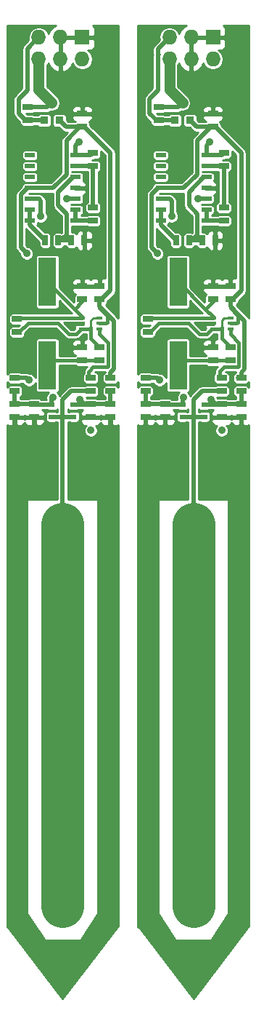
<source format=gbr>
G04 #@! TF.FileFunction,Copper,L1,Top,Signal*
%FSLAX46Y46*%
G04 Gerber Fmt 4.6, Leading zero omitted, Abs format (unit mm)*
G04 Created by KiCad (PCBNEW (2015-02-15 BZR 5420)-product) date Tue 17 Feb 2015 11:56:18 AM EET*
%MOMM*%
G01*
G04 APERTURE LIST*
%ADD10C,0.100000*%
%ADD11R,1.143000X0.635000*%
%ADD12R,0.660400X0.406400*%
%ADD13R,2.100580X5.600700*%
%ADD14R,1.727200X1.727200*%
%ADD15O,1.727200X1.727200*%
%ADD16R,0.914400X0.914400*%
%ADD17R,0.700000X0.600000*%
%ADD18R,0.635000X1.143000*%
%ADD19R,1.143000X0.508000*%
%ADD20C,0.889000*%
%ADD21C,0.406400*%
%ADD22C,0.508000*%
%ADD23C,5.000000*%
%ADD24C,1.270000*%
%ADD25C,0.254000*%
G04 APERTURE END LIST*
D10*
D11*
X68688000Y-54733286D03*
X68688000Y-53209286D03*
D12*
X68688000Y-56866886D03*
X68688000Y-58187686D03*
X68688000Y-57527286D03*
X70720000Y-58187686D03*
X70720000Y-56866886D03*
X70720000Y-57527286D03*
D11*
X61068000Y-58543286D03*
X61068000Y-57019286D03*
X70720000Y-54733286D03*
X70720000Y-53209286D03*
D13*
X64624000Y-52678426D03*
X64624000Y-62376146D03*
D11*
X68688000Y-61845286D03*
X68688000Y-60321286D03*
X70720000Y-60321286D03*
X70720000Y-61845286D03*
X69704000Y-65401286D03*
X69704000Y-63877286D03*
X71990000Y-66925286D03*
X71990000Y-68449286D03*
X60814000Y-66925286D03*
X60814000Y-68449286D03*
D14*
X68688000Y-24253286D03*
D15*
X68688000Y-26793286D03*
X66148000Y-24253286D03*
X66148000Y-26793286D03*
X63608000Y-24253286D03*
X63608000Y-26793286D03*
D16*
X66021000Y-33905286D03*
X64243000Y-33905286D03*
X65132000Y-31873286D03*
D11*
X62338000Y-32381286D03*
X62338000Y-33905286D03*
X71990000Y-65401286D03*
X71990000Y-63877286D03*
X60814000Y-65401286D03*
X60814000Y-63877286D03*
X69704000Y-68449286D03*
X69704000Y-66925286D03*
X63100000Y-68449286D03*
X63100000Y-66925286D03*
X68688000Y-34667286D03*
X68688000Y-33143286D03*
D17*
X67672000Y-66987286D03*
X67672000Y-68387286D03*
X65132000Y-68387286D03*
X65132000Y-66987286D03*
D11*
X69958000Y-44065286D03*
X69958000Y-45589286D03*
D18*
X65894000Y-47875286D03*
X64370000Y-47875286D03*
X67418000Y-47875286D03*
X68942000Y-47875286D03*
D11*
X69958000Y-37715286D03*
X69958000Y-39239286D03*
D19*
X62592000Y-37969286D03*
X62592000Y-39239286D03*
X62592000Y-40509286D03*
X62592000Y-41779286D03*
X62592000Y-43049286D03*
X62592000Y-44319286D03*
X62592000Y-45589286D03*
X67926000Y-45589286D03*
X67926000Y-44319286D03*
X67926000Y-43049286D03*
X67926000Y-41779286D03*
X67926000Y-40509286D03*
X67926000Y-39239286D03*
X67926000Y-37969286D03*
D11*
X83938000Y-54733286D03*
X83938000Y-53209286D03*
D12*
X83938000Y-56866886D03*
X83938000Y-58187686D03*
X83938000Y-57527286D03*
X85970000Y-58187686D03*
X85970000Y-56866886D03*
X85970000Y-57527286D03*
D11*
X76318000Y-58543286D03*
X76318000Y-57019286D03*
X85970000Y-54733286D03*
X85970000Y-53209286D03*
D13*
X79874000Y-52678426D03*
X79874000Y-62376146D03*
D11*
X83938000Y-61845286D03*
X83938000Y-60321286D03*
X85970000Y-60321286D03*
X85970000Y-61845286D03*
X84954000Y-65401286D03*
X84954000Y-63877286D03*
X87240000Y-66925286D03*
X87240000Y-68449286D03*
X76064000Y-66925286D03*
X76064000Y-68449286D03*
D14*
X83938000Y-24253286D03*
D15*
X83938000Y-26793286D03*
X81398000Y-24253286D03*
X81398000Y-26793286D03*
X78858000Y-24253286D03*
X78858000Y-26793286D03*
D16*
X81271000Y-33905286D03*
X79493000Y-33905286D03*
X80382000Y-31873286D03*
D11*
X77588000Y-32381286D03*
X77588000Y-33905286D03*
X87240000Y-65401286D03*
X87240000Y-63877286D03*
X76064000Y-65401286D03*
X76064000Y-63877286D03*
X84954000Y-68449286D03*
X84954000Y-66925286D03*
X78350000Y-68449286D03*
X78350000Y-66925286D03*
X83938000Y-34667286D03*
X83938000Y-33143286D03*
D17*
X82922000Y-66987286D03*
X82922000Y-68387286D03*
X80382000Y-68387286D03*
X80382000Y-66987286D03*
D11*
X85208000Y-44065286D03*
X85208000Y-45589286D03*
D18*
X81144000Y-47875286D03*
X79620000Y-47875286D03*
X82668000Y-47875286D03*
X84192000Y-47875286D03*
D11*
X85208000Y-37715286D03*
X85208000Y-39239286D03*
D19*
X77842000Y-37969286D03*
X77842000Y-39239286D03*
X77842000Y-40509286D03*
X77842000Y-41779286D03*
X77842000Y-43049286D03*
X77842000Y-44319286D03*
X77842000Y-45589286D03*
X83176000Y-45589286D03*
X83176000Y-44319286D03*
X83176000Y-43049286D03*
X83176000Y-41779286D03*
X83176000Y-40509286D03*
X83176000Y-39239286D03*
X83176000Y-37969286D03*
D20*
X69704000Y-69973286D03*
X84954000Y-69973286D03*
X67545000Y-57908286D03*
X71990000Y-69973286D03*
X60814000Y-69973286D03*
X66910000Y-63877286D03*
X63100000Y-69973286D03*
X62592000Y-65655286D03*
X82795000Y-57908286D03*
X87240000Y-69973286D03*
X76064000Y-69973286D03*
X82160000Y-63877286D03*
X78350000Y-69973286D03*
X77842000Y-65655286D03*
X62465000Y-64131286D03*
X62211000Y-49399286D03*
X77715000Y-64131286D03*
X77461000Y-49399286D03*
X68434000Y-66417286D03*
X66910000Y-43049286D03*
X83684000Y-66417286D03*
X82160000Y-43049286D03*
X65259000Y-66163286D03*
X63862000Y-45081286D03*
X80509000Y-66163286D03*
X79112000Y-45081286D03*
X68307000Y-36445286D03*
X83557000Y-36445286D03*
D21*
X68688000Y-56866886D02*
X61220400Y-56866886D01*
X61220400Y-56866886D02*
X61068000Y-57019286D01*
X68688000Y-56866886D02*
X68688000Y-56742426D01*
X68688000Y-54987286D02*
X67810430Y-55864856D01*
X68688000Y-56742426D02*
X67810430Y-55864856D01*
X68688000Y-54733286D02*
X68688000Y-54987286D01*
X67810430Y-55864856D02*
X64624000Y-52678426D01*
X83938000Y-56866886D02*
X76470400Y-56866886D01*
X76470400Y-56866886D02*
X76318000Y-57019286D01*
X83938000Y-56866886D02*
X83938000Y-56742426D01*
X83938000Y-54987286D02*
X83060430Y-55864856D01*
X83938000Y-56742426D02*
X83060430Y-55864856D01*
X83938000Y-54733286D02*
X83938000Y-54987286D01*
X83060430Y-55864856D02*
X79874000Y-52678426D01*
X68688000Y-57527286D02*
X67926000Y-57527286D01*
X67926000Y-57527286D02*
X67545000Y-57908286D01*
D22*
X71990000Y-68449286D02*
X71990000Y-69973286D01*
X60814000Y-68449286D02*
X60814000Y-69973286D01*
X63100000Y-68449286D02*
X63100000Y-69973286D01*
D21*
X83938000Y-57527286D02*
X83176000Y-57527286D01*
X83176000Y-57527286D02*
X82795000Y-57908286D01*
D22*
X87240000Y-68449286D02*
X87240000Y-69973286D01*
X76064000Y-68449286D02*
X76064000Y-69973286D01*
X78350000Y-68449286D02*
X78350000Y-69973286D01*
D21*
X68688000Y-61845286D02*
X65154860Y-61845286D01*
X70720000Y-61845286D02*
X68688000Y-61845286D01*
D22*
X65154860Y-62099286D02*
X64878000Y-62376146D01*
D21*
X65154860Y-61845286D02*
X64624000Y-62376146D01*
X83938000Y-61845286D02*
X80404860Y-61845286D01*
X85970000Y-61845286D02*
X83938000Y-61845286D01*
D22*
X80404860Y-62099286D02*
X80128000Y-62376146D01*
D21*
X80404860Y-61845286D02*
X79874000Y-62376146D01*
D22*
X70974000Y-54733286D02*
X70720000Y-54733286D01*
D21*
X70720000Y-57527286D02*
X71456600Y-57527286D01*
X71456600Y-57527286D02*
X71609010Y-57374876D01*
X71609010Y-57374876D02*
X71609010Y-56603857D01*
X71609010Y-56603857D02*
X70720000Y-55714847D01*
X70720000Y-55714847D02*
X70720000Y-54733286D01*
D22*
X66783000Y-34667286D02*
X66021000Y-33905286D01*
X72409111Y-57247897D02*
X72409111Y-62792298D01*
X70720000Y-55558786D02*
X72409111Y-57247897D01*
X70720000Y-54733286D02*
X70720000Y-55558786D01*
X71990000Y-63211409D02*
X71990000Y-63877286D01*
X72409111Y-62792298D02*
X71990000Y-63211409D01*
X62465000Y-64131286D02*
X62211000Y-63877286D01*
X62211000Y-63877286D02*
X60814000Y-63877286D01*
X71990000Y-63877286D02*
X71609000Y-63877286D01*
X71990000Y-53717286D02*
X70974000Y-54733286D01*
X71990000Y-46515114D02*
X71990000Y-53717286D01*
X68688000Y-34667286D02*
X67291000Y-34667286D01*
X67291000Y-34667286D02*
X66783000Y-34667286D01*
X71990000Y-37715286D02*
X71990000Y-45866845D01*
X68942000Y-34667286D02*
X71990000Y-37715286D01*
X68688000Y-34667286D02*
X68942000Y-34667286D01*
X71990000Y-45866845D02*
X71990000Y-46515114D01*
X71990000Y-45589286D02*
X71990000Y-45866845D01*
X68434000Y-34667286D02*
X66846338Y-36254948D01*
X68688000Y-34667286D02*
X68434000Y-34667286D01*
X66846338Y-36254948D02*
X66846338Y-40229726D01*
X65296778Y-41779286D02*
X62592000Y-41779286D01*
X66846338Y-40229726D02*
X65296778Y-41779286D01*
X61512500Y-48700786D02*
X62211000Y-49399286D01*
X61512500Y-42541286D02*
X61512500Y-48700786D01*
X62274500Y-41779286D02*
X61512500Y-42541286D01*
X62592000Y-41779286D02*
X62274500Y-41779286D01*
X86224000Y-54733286D02*
X85970000Y-54733286D01*
D21*
X85970000Y-57527286D02*
X86706600Y-57527286D01*
X86706600Y-57527286D02*
X86859010Y-57374876D01*
X86859010Y-57374876D02*
X86859010Y-56603857D01*
X86859010Y-56603857D02*
X85970000Y-55714847D01*
X85970000Y-55714847D02*
X85970000Y-54733286D01*
D22*
X82033000Y-34667286D02*
X81271000Y-33905286D01*
X87659111Y-57247897D02*
X87659111Y-62792298D01*
X85970000Y-55558786D02*
X87659111Y-57247897D01*
X85970000Y-54733286D02*
X85970000Y-55558786D01*
X87240000Y-63211409D02*
X87240000Y-63877286D01*
X87659111Y-62792298D02*
X87240000Y-63211409D01*
X77715000Y-64131286D02*
X77461000Y-63877286D01*
X77461000Y-63877286D02*
X76064000Y-63877286D01*
X87240000Y-63877286D02*
X86859000Y-63877286D01*
X87240000Y-53717286D02*
X86224000Y-54733286D01*
X87240000Y-46515114D02*
X87240000Y-53717286D01*
X83938000Y-34667286D02*
X82541000Y-34667286D01*
X82541000Y-34667286D02*
X82033000Y-34667286D01*
X87240000Y-37715286D02*
X87240000Y-45866845D01*
X84192000Y-34667286D02*
X87240000Y-37715286D01*
X83938000Y-34667286D02*
X84192000Y-34667286D01*
X87240000Y-45866845D02*
X87240000Y-46515114D01*
X87240000Y-45589286D02*
X87240000Y-45866845D01*
X83684000Y-34667286D02*
X82096338Y-36254948D01*
X83938000Y-34667286D02*
X83684000Y-34667286D01*
X82096338Y-36254948D02*
X82096338Y-40229726D01*
X80546778Y-41779286D02*
X77842000Y-41779286D01*
X82096338Y-40229726D02*
X80546778Y-41779286D01*
X76762500Y-48700786D02*
X77461000Y-49399286D01*
X76762500Y-42541286D02*
X76762500Y-48700786D01*
X77524500Y-41779286D02*
X76762500Y-42541286D01*
X77842000Y-41779286D02*
X77524500Y-41779286D01*
X69388000Y-66987286D02*
X69450000Y-66925286D01*
X67672000Y-66987286D02*
X69388000Y-66987286D01*
X69450000Y-66925286D02*
X71482000Y-66925286D01*
X71990000Y-65401286D02*
X71990000Y-66925286D01*
X69704000Y-66925286D02*
X68942000Y-66925286D01*
X68942000Y-66925286D02*
X68434000Y-66417286D01*
X66910000Y-43049286D02*
X67926000Y-43049286D01*
X84638000Y-66987286D02*
X84700000Y-66925286D01*
X82922000Y-66987286D02*
X84638000Y-66987286D01*
X84700000Y-66925286D02*
X86732000Y-66925286D01*
X87240000Y-65401286D02*
X87240000Y-66925286D01*
X84954000Y-66925286D02*
X84192000Y-66925286D01*
X84192000Y-66925286D02*
X83684000Y-66417286D01*
X82160000Y-43049286D02*
X83176000Y-43049286D01*
X63416000Y-66987286D02*
X63354000Y-66925286D01*
X65132000Y-66987286D02*
X63416000Y-66987286D01*
X62338000Y-66925286D02*
X61322000Y-66925286D01*
X63354000Y-66925286D02*
X62338000Y-66925286D01*
X60814000Y-65401286D02*
X60814000Y-66925286D01*
X65132000Y-66290286D02*
X65259000Y-66163286D01*
X65132000Y-66987286D02*
X65132000Y-66290286D01*
X63862000Y-43239786D02*
X63671500Y-43049286D01*
X63671500Y-43049286D02*
X62592000Y-43049286D01*
X63862000Y-45081286D02*
X63862000Y-43239786D01*
X78666000Y-66987286D02*
X78604000Y-66925286D01*
X80382000Y-66987286D02*
X78666000Y-66987286D01*
X77588000Y-66925286D02*
X76572000Y-66925286D01*
X78604000Y-66925286D02*
X77588000Y-66925286D01*
X76064000Y-65401286D02*
X76064000Y-66925286D01*
X80382000Y-66290286D02*
X80509000Y-66163286D01*
X80382000Y-66987286D02*
X80382000Y-66290286D01*
X79112000Y-43239786D02*
X78921500Y-43049286D01*
X78921500Y-43049286D02*
X77842000Y-43049286D01*
X79112000Y-45081286D02*
X79112000Y-43239786D01*
D23*
X66402000Y-125345286D02*
X66402000Y-80895286D01*
D22*
X66402000Y-80895286D02*
X66402000Y-68406723D01*
X67418000Y-65401286D02*
X66402000Y-66417286D01*
X69450000Y-65401286D02*
X67418000Y-65401286D01*
X66421437Y-68387286D02*
X66402000Y-68406723D01*
X67672000Y-68387286D02*
X66421437Y-68387286D01*
X66402000Y-66417286D02*
X66402000Y-68406723D01*
X66382563Y-68387286D02*
X66402000Y-68406723D01*
X65132000Y-68387286D02*
X66382563Y-68387286D01*
D23*
X81652000Y-125345286D02*
X81652000Y-80895286D01*
D22*
X81652000Y-80895286D02*
X81652000Y-68406723D01*
X82668000Y-65401286D02*
X81652000Y-66417286D01*
X84700000Y-65401286D02*
X82668000Y-65401286D01*
X81671437Y-68387286D02*
X81652000Y-68406723D01*
X82922000Y-68387286D02*
X81671437Y-68387286D01*
X81652000Y-66417286D02*
X81652000Y-68406723D01*
X81632563Y-68387286D02*
X81652000Y-68406723D01*
X80382000Y-68387286D02*
X81632563Y-68387286D01*
X62261799Y-30425487D02*
X61258500Y-31428786D01*
X61258500Y-31428786D02*
X61258500Y-33079786D01*
X61258500Y-33079786D02*
X62084000Y-33905286D01*
X62084000Y-33905286D02*
X62338000Y-33905286D01*
X62261799Y-26285286D02*
X62261799Y-30159338D01*
X62261799Y-30159338D02*
X62261799Y-30425487D01*
X64243000Y-33905286D02*
X62338000Y-33905286D01*
X62261799Y-25599487D02*
X62261799Y-26209085D01*
X62261799Y-26209085D02*
X62338000Y-26285286D01*
X62338000Y-26285286D02*
X62261799Y-26285286D01*
X63608000Y-24253286D02*
X62261799Y-25599487D01*
X77511799Y-30425487D02*
X76508500Y-31428786D01*
X76508500Y-31428786D02*
X76508500Y-33079786D01*
X76508500Y-33079786D02*
X77334000Y-33905286D01*
X77334000Y-33905286D02*
X77588000Y-33905286D01*
X77511799Y-26285286D02*
X77511799Y-30159338D01*
X77511799Y-30159338D02*
X77511799Y-30425487D01*
X79493000Y-33905286D02*
X77588000Y-33905286D01*
X77511799Y-25599487D02*
X77511799Y-26209085D01*
X77511799Y-26209085D02*
X77588000Y-26285286D01*
X77588000Y-26285286D02*
X77511799Y-26285286D01*
X78858000Y-24253286D02*
X77511799Y-25599487D01*
D24*
X63608000Y-26793286D02*
X63608000Y-30349286D01*
X63608000Y-30349286D02*
X65132000Y-31873286D01*
D22*
X62338000Y-32381286D02*
X64624000Y-32381286D01*
X64624000Y-32381286D02*
X65132000Y-31873286D01*
D24*
X78858000Y-26793286D02*
X78858000Y-30349286D01*
X78858000Y-30349286D02*
X80382000Y-31873286D01*
D22*
X77588000Y-32381286D02*
X79874000Y-32381286D01*
X79874000Y-32381286D02*
X80382000Y-31873286D01*
D21*
X68688000Y-58187686D02*
X68561000Y-58187686D01*
X62363390Y-57501896D02*
X61322000Y-58543286D01*
X61322000Y-58543286D02*
X61068000Y-58543286D01*
X68561000Y-58187686D02*
X67964099Y-58784587D01*
X67964099Y-58784587D02*
X67124375Y-58784587D01*
X67124375Y-58784587D02*
X65841684Y-57501896D01*
X65841684Y-57501896D02*
X62363390Y-57501896D01*
X70720000Y-60321286D02*
X69704000Y-59305286D01*
X69704000Y-59305286D02*
X69704000Y-58035286D01*
X68942000Y-58187686D02*
X69551600Y-58187686D01*
X69551600Y-58187686D02*
X69704000Y-58035286D01*
D25*
X69551600Y-58187686D02*
X68688000Y-58187686D01*
X69704000Y-58035286D02*
X69551600Y-58187686D01*
X69983400Y-56866886D02*
X69704000Y-57146286D01*
X69704000Y-57146286D02*
X69704000Y-58035286D01*
X70720000Y-56866886D02*
X69983400Y-56866886D01*
D21*
X83938000Y-58187686D02*
X83811000Y-58187686D01*
X77613390Y-57501896D02*
X76572000Y-58543286D01*
X76572000Y-58543286D02*
X76318000Y-58543286D01*
X83811000Y-58187686D02*
X83214099Y-58784587D01*
X83214099Y-58784587D02*
X82374375Y-58784587D01*
X82374375Y-58784587D02*
X81091684Y-57501896D01*
X81091684Y-57501896D02*
X77613390Y-57501896D01*
X85970000Y-60321286D02*
X84954000Y-59305286D01*
X84954000Y-59305286D02*
X84954000Y-58035286D01*
X84192000Y-58187686D02*
X84801600Y-58187686D01*
X84801600Y-58187686D02*
X84954000Y-58035286D01*
D25*
X84801600Y-58187686D02*
X83938000Y-58187686D01*
X84954000Y-58035286D02*
X84801600Y-58187686D01*
X85233400Y-56866886D02*
X84954000Y-57146286D01*
X84954000Y-57146286D02*
X84954000Y-58035286D01*
X85970000Y-56866886D02*
X85233400Y-56866886D01*
D21*
X69450000Y-63877286D02*
X69704000Y-63877286D01*
X69450000Y-63153386D02*
X69488100Y-63115286D01*
X69450000Y-63877286D02*
X69450000Y-63153386D01*
X69488100Y-63115286D02*
X69488100Y-63077186D01*
X69488100Y-63077186D02*
X69958000Y-62607286D01*
X71723301Y-59800587D02*
X70720000Y-58797286D01*
X71723301Y-62508227D02*
X71723301Y-59800587D01*
X71624242Y-62607286D02*
X71723301Y-62508227D01*
X70720000Y-58797286D02*
X70720000Y-58187686D01*
X69958000Y-62607286D02*
X71624242Y-62607286D01*
X84700000Y-63877286D02*
X84954000Y-63877286D01*
X84700000Y-63153386D02*
X84738100Y-63115286D01*
X84700000Y-63877286D02*
X84700000Y-63153386D01*
X84738100Y-63115286D02*
X84738100Y-63077186D01*
X84738100Y-63077186D02*
X85208000Y-62607286D01*
X86973301Y-59800587D02*
X85970000Y-58797286D01*
X86973301Y-62508227D02*
X86973301Y-59800587D01*
X86874242Y-62607286D02*
X86973301Y-62508227D01*
X85970000Y-58797286D02*
X85970000Y-58187686D01*
X85208000Y-62607286D02*
X86874242Y-62607286D01*
D22*
X69958000Y-44065286D02*
X69958000Y-39239286D01*
X69958000Y-39239286D02*
X67926000Y-39239286D01*
X85208000Y-44065286D02*
X85208000Y-39239286D01*
X85208000Y-39239286D02*
X83176000Y-39239286D01*
X67926000Y-44319286D02*
X67926000Y-45589286D01*
X67926000Y-45589286D02*
X69958000Y-45589286D01*
X83176000Y-44319286D02*
X83176000Y-45589286D01*
X83176000Y-45589286D02*
X85208000Y-45589286D01*
X67418000Y-47621286D02*
X67418000Y-47875286D01*
X66876811Y-46234279D02*
X66876811Y-47367286D01*
X66871899Y-44789185D02*
X66871899Y-46229367D01*
X65894000Y-43811286D02*
X66871899Y-44789185D01*
X65894000Y-42223786D02*
X65894000Y-43811286D01*
X67608500Y-40509286D02*
X65894000Y-42223786D01*
X67926000Y-40509286D02*
X67608500Y-40509286D01*
X66876811Y-47367286D02*
X65894000Y-47875286D01*
X66871899Y-46229367D02*
X66876811Y-46234279D01*
X67418000Y-47875286D02*
X66876811Y-47367286D01*
X67418000Y-47875286D02*
X65894000Y-47875286D01*
X82668000Y-47621286D02*
X82668000Y-47875286D01*
X82126811Y-46234279D02*
X82126811Y-47367286D01*
X82121899Y-44789185D02*
X82121899Y-46229367D01*
X81144000Y-43811286D02*
X82121899Y-44789185D01*
X81144000Y-42223786D02*
X81144000Y-43811286D01*
X82858500Y-40509286D02*
X81144000Y-42223786D01*
X83176000Y-40509286D02*
X82858500Y-40509286D01*
X82126811Y-47367286D02*
X81144000Y-47875286D01*
X82121899Y-46229367D02*
X82126811Y-46234279D01*
X82668000Y-47875286D02*
X82126811Y-47367286D01*
X82668000Y-47875286D02*
X81144000Y-47875286D01*
X62592000Y-44319286D02*
X62592000Y-45589286D01*
X62592000Y-46097286D02*
X64370000Y-47875286D01*
X62592000Y-45589286D02*
X62592000Y-46097286D01*
X77842000Y-44319286D02*
X77842000Y-45589286D01*
X77842000Y-46097286D02*
X79620000Y-47875286D01*
X77842000Y-45589286D02*
X77842000Y-46097286D01*
X69704000Y-37969286D02*
X69958000Y-37715286D01*
X67926000Y-37969286D02*
X69704000Y-37969286D01*
X67926000Y-36826286D02*
X68307000Y-36445286D01*
X67926000Y-37969286D02*
X67926000Y-36826286D01*
X84954000Y-37969286D02*
X85208000Y-37715286D01*
X83176000Y-37969286D02*
X84954000Y-37969286D01*
X83176000Y-36826286D02*
X83557000Y-36445286D01*
X83176000Y-37969286D02*
X83176000Y-36826286D01*
D25*
G36*
X66555736Y-57425686D02*
X67881550Y-57425686D01*
X68323060Y-57425686D01*
X68357800Y-57432653D01*
X68835000Y-57432653D01*
X68835000Y-57621919D01*
X68357800Y-57621919D01*
X68321893Y-57628886D01*
X67881550Y-57628886D01*
X67722800Y-57787636D01*
X67722800Y-57856795D01*
X67819473Y-58090184D01*
X67843857Y-58114568D01*
X67732637Y-58225787D01*
X67355837Y-58225787D01*
X66555736Y-57425686D01*
X66555736Y-57425686D01*
G37*
X66555736Y-57425686D02*
X67881550Y-57425686D01*
X68323060Y-57425686D01*
X68357800Y-57432653D01*
X68835000Y-57432653D01*
X68835000Y-57621919D01*
X68357800Y-57621919D01*
X68321893Y-57628886D01*
X67881550Y-57628886D01*
X67722800Y-57787636D01*
X67722800Y-57856795D01*
X67819473Y-58090184D01*
X67843857Y-58114568D01*
X67732637Y-58225787D01*
X67355837Y-58225787D01*
X66555736Y-57425686D01*
G36*
X65751447Y-65524093D02*
X65809879Y-65512755D01*
X65929049Y-65434473D01*
X66008821Y-65316295D01*
X66036857Y-65176496D01*
X66036857Y-62404086D01*
X67849682Y-62404086D01*
X67858523Y-62417545D01*
X67976701Y-62497317D01*
X68116500Y-62525353D01*
X69249671Y-62525353D01*
X69092969Y-62682055D01*
X68971836Y-62863342D01*
X68971836Y-62863343D01*
X68966405Y-62890651D01*
X68966404Y-62890652D01*
X68933736Y-62939542D01*
X68933735Y-62939543D01*
X68891200Y-63153386D01*
X68891200Y-63292968D01*
X68877741Y-63301809D01*
X68797969Y-63419987D01*
X68769933Y-63559786D01*
X68769933Y-64194786D01*
X68796241Y-64330375D01*
X68874523Y-64449545D01*
X68992701Y-64529317D01*
X69132500Y-64557353D01*
X70275500Y-64557353D01*
X70411089Y-64531045D01*
X70530259Y-64452763D01*
X70610031Y-64334585D01*
X70638067Y-64194786D01*
X70638067Y-63559786D01*
X70611759Y-63424197D01*
X70533477Y-63305027D01*
X70415299Y-63225255D01*
X70275500Y-63197219D01*
X70158329Y-63197219D01*
X70189462Y-63166086D01*
X71389416Y-63166086D01*
X71381807Y-63204339D01*
X71282911Y-63223527D01*
X71163741Y-63301809D01*
X71083969Y-63419987D01*
X71055933Y-63559786D01*
X71055933Y-63628842D01*
X71045803Y-63644002D01*
X70999400Y-63877286D01*
X71045803Y-64110570D01*
X71055933Y-64125731D01*
X71055933Y-64194786D01*
X71082241Y-64330375D01*
X71160523Y-64449545D01*
X71278701Y-64529317D01*
X71418500Y-64557353D01*
X72561500Y-64557353D01*
X72697089Y-64531045D01*
X72816259Y-64452763D01*
X72879000Y-64359816D01*
X72879000Y-64919640D01*
X72819477Y-64829027D01*
X72701299Y-64749255D01*
X72561500Y-64721219D01*
X71418500Y-64721219D01*
X71282911Y-64747527D01*
X71163741Y-64825809D01*
X71083969Y-64943987D01*
X71055933Y-65083786D01*
X71055933Y-65718786D01*
X71082241Y-65854375D01*
X71160523Y-65973545D01*
X71278701Y-66053317D01*
X71380400Y-66073713D01*
X71380400Y-66252612D01*
X71282911Y-66271527D01*
X71215688Y-66315686D01*
X70478159Y-66315686D01*
X70415299Y-66273255D01*
X70275500Y-66245219D01*
X69228614Y-66245219D01*
X69160905Y-66081353D01*
X70275500Y-66081353D01*
X70411089Y-66055045D01*
X70530259Y-65976763D01*
X70610031Y-65858585D01*
X70638067Y-65718786D01*
X70638067Y-65083786D01*
X70611759Y-64948197D01*
X70533477Y-64829027D01*
X70415299Y-64749255D01*
X70275500Y-64721219D01*
X69132500Y-64721219D01*
X68996911Y-64747527D01*
X68929688Y-64791686D01*
X67418000Y-64791686D01*
X67184716Y-64838089D01*
X66986948Y-64970234D01*
X66027986Y-65929197D01*
X65937687Y-65710658D01*
X65751447Y-65524093D01*
X65751447Y-65524093D01*
G37*
X65751447Y-65524093D02*
X65809879Y-65512755D01*
X65929049Y-65434473D01*
X66008821Y-65316295D01*
X66036857Y-65176496D01*
X66036857Y-62404086D01*
X67849682Y-62404086D01*
X67858523Y-62417545D01*
X67976701Y-62497317D01*
X68116500Y-62525353D01*
X69249671Y-62525353D01*
X69092969Y-62682055D01*
X68971836Y-62863342D01*
X68971836Y-62863343D01*
X68966405Y-62890651D01*
X68966404Y-62890652D01*
X68933736Y-62939542D01*
X68933735Y-62939543D01*
X68891200Y-63153386D01*
X68891200Y-63292968D01*
X68877741Y-63301809D01*
X68797969Y-63419987D01*
X68769933Y-63559786D01*
X68769933Y-64194786D01*
X68796241Y-64330375D01*
X68874523Y-64449545D01*
X68992701Y-64529317D01*
X69132500Y-64557353D01*
X70275500Y-64557353D01*
X70411089Y-64531045D01*
X70530259Y-64452763D01*
X70610031Y-64334585D01*
X70638067Y-64194786D01*
X70638067Y-63559786D01*
X70611759Y-63424197D01*
X70533477Y-63305027D01*
X70415299Y-63225255D01*
X70275500Y-63197219D01*
X70158329Y-63197219D01*
X70189462Y-63166086D01*
X71389416Y-63166086D01*
X71381807Y-63204339D01*
X71282911Y-63223527D01*
X71163741Y-63301809D01*
X71083969Y-63419987D01*
X71055933Y-63559786D01*
X71055933Y-63628842D01*
X71045803Y-63644002D01*
X70999400Y-63877286D01*
X71045803Y-64110570D01*
X71055933Y-64125731D01*
X71055933Y-64194786D01*
X71082241Y-64330375D01*
X71160523Y-64449545D01*
X71278701Y-64529317D01*
X71418500Y-64557353D01*
X72561500Y-64557353D01*
X72697089Y-64531045D01*
X72816259Y-64452763D01*
X72879000Y-64359816D01*
X72879000Y-64919640D01*
X72819477Y-64829027D01*
X72701299Y-64749255D01*
X72561500Y-64721219D01*
X71418500Y-64721219D01*
X71282911Y-64747527D01*
X71163741Y-64825809D01*
X71083969Y-64943987D01*
X71055933Y-65083786D01*
X71055933Y-65718786D01*
X71082241Y-65854375D01*
X71160523Y-65973545D01*
X71278701Y-66053317D01*
X71380400Y-66073713D01*
X71380400Y-66252612D01*
X71282911Y-66271527D01*
X71215688Y-66315686D01*
X70478159Y-66315686D01*
X70415299Y-66273255D01*
X70275500Y-66245219D01*
X69228614Y-66245219D01*
X69160905Y-66081353D01*
X70275500Y-66081353D01*
X70411089Y-66055045D01*
X70530259Y-65976763D01*
X70610031Y-65858585D01*
X70638067Y-65718786D01*
X70638067Y-65083786D01*
X70611759Y-64948197D01*
X70533477Y-64829027D01*
X70415299Y-64749255D01*
X70275500Y-64721219D01*
X69132500Y-64721219D01*
X68996911Y-64747527D01*
X68929688Y-64791686D01*
X67418000Y-64791686D01*
X67184716Y-64838089D01*
X66986948Y-64970234D01*
X66027986Y-65929197D01*
X65937687Y-65710658D01*
X65751447Y-65524093D01*
G36*
X59925000Y-69322593D02*
X60116190Y-69401786D01*
X60368809Y-69401786D01*
X60528250Y-69401786D01*
X60687000Y-69243036D01*
X60687000Y-68576286D01*
X60667000Y-68576286D01*
X60667000Y-68322286D01*
X60687000Y-68322286D01*
X60687000Y-68302286D01*
X60941000Y-68302286D01*
X60941000Y-68322286D01*
X60941000Y-68576286D01*
X60941000Y-69243036D01*
X61099750Y-69401786D01*
X61259191Y-69401786D01*
X61511810Y-69401786D01*
X61745199Y-69305113D01*
X61923827Y-69126484D01*
X61957000Y-69046398D01*
X61990173Y-69126484D01*
X62168801Y-69305113D01*
X62402190Y-69401786D01*
X62654809Y-69401786D01*
X62814250Y-69401786D01*
X62973000Y-69243036D01*
X62973000Y-68576286D01*
X62052250Y-68576286D01*
X61957000Y-68671536D01*
X61861750Y-68576286D01*
X60941000Y-68576286D01*
X60941000Y-68322286D01*
X61861750Y-68322286D01*
X61957000Y-68227036D01*
X62052250Y-68322286D01*
X62973000Y-68322286D01*
X62973000Y-68302286D01*
X63227000Y-68302286D01*
X63227000Y-68322286D01*
X63227000Y-68576286D01*
X63227000Y-69243036D01*
X63385750Y-69401786D01*
X63545191Y-69401786D01*
X63797810Y-69401786D01*
X64031199Y-69305113D01*
X64209827Y-69126484D01*
X64306500Y-68893095D01*
X64306500Y-68735036D01*
X64147750Y-68576286D01*
X63227000Y-68576286D01*
X63227000Y-68322286D01*
X64147750Y-68322286D01*
X64306500Y-68163536D01*
X64306500Y-68005477D01*
X64209827Y-67772088D01*
X64034626Y-67596886D01*
X64605268Y-67596886D01*
X64642201Y-67621817D01*
X64782000Y-67649853D01*
X65482000Y-67649853D01*
X65617589Y-67623545D01*
X65736759Y-67545263D01*
X65792400Y-67462834D01*
X65792400Y-67777686D01*
X65658733Y-67777686D01*
X65621799Y-67752755D01*
X65482000Y-67724719D01*
X64782000Y-67724719D01*
X64646411Y-67751027D01*
X64527241Y-67829309D01*
X64447469Y-67947487D01*
X64419433Y-68087286D01*
X64419433Y-68687286D01*
X64445741Y-68822875D01*
X64524023Y-68942045D01*
X64642201Y-69021817D01*
X64782000Y-69049853D01*
X65482000Y-69049853D01*
X65617589Y-69023545D01*
X65658173Y-68996886D01*
X65792400Y-68996886D01*
X65792400Y-78008286D01*
X62255000Y-78008286D01*
X62255000Y-126173739D01*
X64314032Y-129262286D01*
X68449968Y-129262286D01*
X70509000Y-126173739D01*
X70509000Y-78008286D01*
X67011600Y-78008286D01*
X67011600Y-68996886D01*
X67145268Y-68996886D01*
X67182201Y-69021817D01*
X67322000Y-69049853D01*
X68022000Y-69049853D01*
X68157589Y-69023545D01*
X68276759Y-68945263D01*
X68356531Y-68827085D01*
X68384567Y-68687286D01*
X68384567Y-68087286D01*
X68358259Y-67951697D01*
X68279977Y-67832527D01*
X68161799Y-67752755D01*
X68022000Y-67724719D01*
X67322000Y-67724719D01*
X67186411Y-67751027D01*
X67145828Y-67777686D01*
X67011600Y-67777686D01*
X67011600Y-67462241D01*
X67064023Y-67542045D01*
X67182201Y-67621817D01*
X67322000Y-67649853D01*
X68022000Y-67649853D01*
X68157589Y-67623545D01*
X68198173Y-67596886D01*
X68769375Y-67596886D01*
X68594173Y-67772088D01*
X68497500Y-68005477D01*
X68497500Y-68163536D01*
X68497500Y-68735036D01*
X68497500Y-68893095D01*
X68594173Y-69126484D01*
X68772801Y-69305113D01*
X69006190Y-69401786D01*
X69143998Y-69401786D01*
X69026104Y-69519474D01*
X68904039Y-69813438D01*
X68903761Y-70131738D01*
X69025313Y-70425914D01*
X69250188Y-70651182D01*
X69544152Y-70773247D01*
X69862452Y-70773525D01*
X70156628Y-70651973D01*
X70381896Y-70427098D01*
X70503961Y-70133134D01*
X70504239Y-69814834D01*
X70382687Y-69520658D01*
X70264023Y-69401786D01*
X70401810Y-69401786D01*
X70635199Y-69305113D01*
X70813827Y-69126484D01*
X70847000Y-69046398D01*
X70880173Y-69126484D01*
X71058801Y-69305113D01*
X71292190Y-69401786D01*
X71544809Y-69401786D01*
X71704250Y-69401786D01*
X71863000Y-69243036D01*
X71863000Y-68576286D01*
X70942250Y-68576286D01*
X70847000Y-68671536D01*
X70751750Y-68576286D01*
X69831000Y-68576286D01*
X69831000Y-68596286D01*
X69577000Y-68596286D01*
X69577000Y-68576286D01*
X68656250Y-68576286D01*
X68497500Y-68735036D01*
X68497500Y-68163536D01*
X68656250Y-68322286D01*
X69577000Y-68322286D01*
X69577000Y-68302286D01*
X69831000Y-68302286D01*
X69831000Y-68322286D01*
X70751750Y-68322286D01*
X70847000Y-68227036D01*
X70942250Y-68322286D01*
X71863000Y-68322286D01*
X71863000Y-68302286D01*
X72117000Y-68302286D01*
X72117000Y-68322286D01*
X72137000Y-68322286D01*
X72137000Y-68576286D01*
X72117000Y-68576286D01*
X72117000Y-69243036D01*
X72275750Y-69401786D01*
X72435191Y-69401786D01*
X72687810Y-69401786D01*
X72879000Y-69322593D01*
X72879000Y-76831286D01*
X72879000Y-77085286D01*
X72879000Y-127588292D01*
X66402000Y-136058215D01*
X60054996Y-127758286D01*
X59925000Y-127758286D01*
X59925000Y-127631286D01*
X59925000Y-77085286D01*
X59925000Y-69322593D01*
X59925000Y-69322593D01*
G37*
X59925000Y-69322593D02*
X60116190Y-69401786D01*
X60368809Y-69401786D01*
X60528250Y-69401786D01*
X60687000Y-69243036D01*
X60687000Y-68576286D01*
X60667000Y-68576286D01*
X60667000Y-68322286D01*
X60687000Y-68322286D01*
X60687000Y-68302286D01*
X60941000Y-68302286D01*
X60941000Y-68322286D01*
X60941000Y-68576286D01*
X60941000Y-69243036D01*
X61099750Y-69401786D01*
X61259191Y-69401786D01*
X61511810Y-69401786D01*
X61745199Y-69305113D01*
X61923827Y-69126484D01*
X61957000Y-69046398D01*
X61990173Y-69126484D01*
X62168801Y-69305113D01*
X62402190Y-69401786D01*
X62654809Y-69401786D01*
X62814250Y-69401786D01*
X62973000Y-69243036D01*
X62973000Y-68576286D01*
X62052250Y-68576286D01*
X61957000Y-68671536D01*
X61861750Y-68576286D01*
X60941000Y-68576286D01*
X60941000Y-68322286D01*
X61861750Y-68322286D01*
X61957000Y-68227036D01*
X62052250Y-68322286D01*
X62973000Y-68322286D01*
X62973000Y-68302286D01*
X63227000Y-68302286D01*
X63227000Y-68322286D01*
X63227000Y-68576286D01*
X63227000Y-69243036D01*
X63385750Y-69401786D01*
X63545191Y-69401786D01*
X63797810Y-69401786D01*
X64031199Y-69305113D01*
X64209827Y-69126484D01*
X64306500Y-68893095D01*
X64306500Y-68735036D01*
X64147750Y-68576286D01*
X63227000Y-68576286D01*
X63227000Y-68322286D01*
X64147750Y-68322286D01*
X64306500Y-68163536D01*
X64306500Y-68005477D01*
X64209827Y-67772088D01*
X64034626Y-67596886D01*
X64605268Y-67596886D01*
X64642201Y-67621817D01*
X64782000Y-67649853D01*
X65482000Y-67649853D01*
X65617589Y-67623545D01*
X65736759Y-67545263D01*
X65792400Y-67462834D01*
X65792400Y-67777686D01*
X65658733Y-67777686D01*
X65621799Y-67752755D01*
X65482000Y-67724719D01*
X64782000Y-67724719D01*
X64646411Y-67751027D01*
X64527241Y-67829309D01*
X64447469Y-67947487D01*
X64419433Y-68087286D01*
X64419433Y-68687286D01*
X64445741Y-68822875D01*
X64524023Y-68942045D01*
X64642201Y-69021817D01*
X64782000Y-69049853D01*
X65482000Y-69049853D01*
X65617589Y-69023545D01*
X65658173Y-68996886D01*
X65792400Y-68996886D01*
X65792400Y-78008286D01*
X62255000Y-78008286D01*
X62255000Y-126173739D01*
X64314032Y-129262286D01*
X68449968Y-129262286D01*
X70509000Y-126173739D01*
X70509000Y-78008286D01*
X67011600Y-78008286D01*
X67011600Y-68996886D01*
X67145268Y-68996886D01*
X67182201Y-69021817D01*
X67322000Y-69049853D01*
X68022000Y-69049853D01*
X68157589Y-69023545D01*
X68276759Y-68945263D01*
X68356531Y-68827085D01*
X68384567Y-68687286D01*
X68384567Y-68087286D01*
X68358259Y-67951697D01*
X68279977Y-67832527D01*
X68161799Y-67752755D01*
X68022000Y-67724719D01*
X67322000Y-67724719D01*
X67186411Y-67751027D01*
X67145828Y-67777686D01*
X67011600Y-67777686D01*
X67011600Y-67462241D01*
X67064023Y-67542045D01*
X67182201Y-67621817D01*
X67322000Y-67649853D01*
X68022000Y-67649853D01*
X68157589Y-67623545D01*
X68198173Y-67596886D01*
X68769375Y-67596886D01*
X68594173Y-67772088D01*
X68497500Y-68005477D01*
X68497500Y-68163536D01*
X68497500Y-68735036D01*
X68497500Y-68893095D01*
X68594173Y-69126484D01*
X68772801Y-69305113D01*
X69006190Y-69401786D01*
X69143998Y-69401786D01*
X69026104Y-69519474D01*
X68904039Y-69813438D01*
X68903761Y-70131738D01*
X69025313Y-70425914D01*
X69250188Y-70651182D01*
X69544152Y-70773247D01*
X69862452Y-70773525D01*
X70156628Y-70651973D01*
X70381896Y-70427098D01*
X70503961Y-70133134D01*
X70504239Y-69814834D01*
X70382687Y-69520658D01*
X70264023Y-69401786D01*
X70401810Y-69401786D01*
X70635199Y-69305113D01*
X70813827Y-69126484D01*
X70847000Y-69046398D01*
X70880173Y-69126484D01*
X71058801Y-69305113D01*
X71292190Y-69401786D01*
X71544809Y-69401786D01*
X71704250Y-69401786D01*
X71863000Y-69243036D01*
X71863000Y-68576286D01*
X70942250Y-68576286D01*
X70847000Y-68671536D01*
X70751750Y-68576286D01*
X69831000Y-68576286D01*
X69831000Y-68596286D01*
X69577000Y-68596286D01*
X69577000Y-68576286D01*
X68656250Y-68576286D01*
X68497500Y-68735036D01*
X68497500Y-68163536D01*
X68656250Y-68322286D01*
X69577000Y-68322286D01*
X69577000Y-68302286D01*
X69831000Y-68302286D01*
X69831000Y-68322286D01*
X70751750Y-68322286D01*
X70847000Y-68227036D01*
X70942250Y-68322286D01*
X71863000Y-68322286D01*
X71863000Y-68302286D01*
X72117000Y-68302286D01*
X72117000Y-68322286D01*
X72137000Y-68322286D01*
X72137000Y-68576286D01*
X72117000Y-68576286D01*
X72117000Y-69243036D01*
X72275750Y-69401786D01*
X72435191Y-69401786D01*
X72687810Y-69401786D01*
X72879000Y-69322593D01*
X72879000Y-76831286D01*
X72879000Y-77085286D01*
X72879000Y-127588292D01*
X66402000Y-136058215D01*
X60054996Y-127758286D01*
X59925000Y-127758286D01*
X59925000Y-127631286D01*
X59925000Y-77085286D01*
X59925000Y-69322593D01*
G36*
X59925000Y-64358933D02*
X59984523Y-64449545D01*
X60102701Y-64529317D01*
X60242500Y-64557353D01*
X61385500Y-64557353D01*
X61521089Y-64531045D01*
X61588313Y-64486886D01*
X61746222Y-64486886D01*
X61786313Y-64583914D01*
X62011188Y-64809182D01*
X62305152Y-64931247D01*
X62623452Y-64931525D01*
X62917628Y-64809973D01*
X63142896Y-64585098D01*
X63211143Y-64420742D01*
X63211143Y-65176496D01*
X63237451Y-65312085D01*
X63315733Y-65431255D01*
X63433911Y-65511027D01*
X63573710Y-65539063D01*
X64751813Y-65539063D01*
X64581104Y-65709474D01*
X64459039Y-66003438D01*
X64458761Y-66321738D01*
X64481879Y-66377686D01*
X63945676Y-66377686D01*
X63929477Y-66353027D01*
X63811299Y-66273255D01*
X63671500Y-66245219D01*
X62528500Y-66245219D01*
X62392911Y-66271527D01*
X62325688Y-66315686D01*
X61588159Y-66315686D01*
X61525299Y-66273255D01*
X61423600Y-66252860D01*
X61423600Y-66073961D01*
X61521089Y-66055045D01*
X61640259Y-65976763D01*
X61720031Y-65858585D01*
X61748067Y-65718786D01*
X61748067Y-65083786D01*
X61721759Y-64948197D01*
X61643477Y-64829027D01*
X61525299Y-64749255D01*
X61385500Y-64721219D01*
X60242500Y-64721219D01*
X60106911Y-64747527D01*
X59987741Y-64825809D01*
X59925000Y-64918757D01*
X59925000Y-64358933D01*
X59925000Y-64358933D01*
G37*
X59925000Y-64358933D02*
X59984523Y-64449545D01*
X60102701Y-64529317D01*
X60242500Y-64557353D01*
X61385500Y-64557353D01*
X61521089Y-64531045D01*
X61588313Y-64486886D01*
X61746222Y-64486886D01*
X61786313Y-64583914D01*
X62011188Y-64809182D01*
X62305152Y-64931247D01*
X62623452Y-64931525D01*
X62917628Y-64809973D01*
X63142896Y-64585098D01*
X63211143Y-64420742D01*
X63211143Y-65176496D01*
X63237451Y-65312085D01*
X63315733Y-65431255D01*
X63433911Y-65511027D01*
X63573710Y-65539063D01*
X64751813Y-65539063D01*
X64581104Y-65709474D01*
X64459039Y-66003438D01*
X64458761Y-66321738D01*
X64481879Y-66377686D01*
X63945676Y-66377686D01*
X63929477Y-66353027D01*
X63811299Y-66273255D01*
X63671500Y-66245219D01*
X62528500Y-66245219D01*
X62392911Y-66271527D01*
X62325688Y-66315686D01*
X61588159Y-66315686D01*
X61525299Y-66273255D01*
X61423600Y-66252860D01*
X61423600Y-66073961D01*
X61521089Y-66055045D01*
X61640259Y-65976763D01*
X61720031Y-65858585D01*
X61748067Y-65718786D01*
X61748067Y-65083786D01*
X61721759Y-64948197D01*
X61643477Y-64829027D01*
X61525299Y-64749255D01*
X61385500Y-64721219D01*
X60242500Y-64721219D01*
X60106911Y-64747527D01*
X59987741Y-64825809D01*
X59925000Y-64918757D01*
X59925000Y-64358933D01*
G36*
X59925000Y-22880886D02*
X65612801Y-22880886D01*
X65259510Y-23046465D01*
X64865312Y-23478339D01*
X64745505Y-23767598D01*
X64493991Y-23391181D01*
X64098454Y-23126892D01*
X63631886Y-23034086D01*
X63584114Y-23034086D01*
X63117546Y-23126892D01*
X62722009Y-23391181D01*
X62457720Y-23786718D01*
X62364914Y-24253286D01*
X62428123Y-24571060D01*
X61830747Y-25168435D01*
X61698602Y-25366203D01*
X61652199Y-25599487D01*
X61652199Y-26209085D01*
X61659778Y-26247186D01*
X61652199Y-26285286D01*
X61652199Y-30159338D01*
X61652199Y-30172983D01*
X60827448Y-30997734D01*
X60695303Y-31195502D01*
X60648900Y-31428786D01*
X60648900Y-33079786D01*
X60695303Y-33313070D01*
X60827448Y-33510838D01*
X60827448Y-33510839D01*
X61403933Y-34087324D01*
X61403933Y-34222786D01*
X61430241Y-34358375D01*
X61508523Y-34477545D01*
X61626701Y-34557317D01*
X61657933Y-34563581D01*
X61657933Y-37715286D01*
X61657933Y-38223286D01*
X61657933Y-38985286D01*
X61657933Y-39493286D01*
X61657933Y-40255286D01*
X61657933Y-40763286D01*
X61684241Y-40898875D01*
X61762523Y-41018045D01*
X61880701Y-41097817D01*
X62020500Y-41125853D01*
X63163500Y-41125853D01*
X63299089Y-41099545D01*
X63418259Y-41021263D01*
X63498031Y-40903085D01*
X63526067Y-40763286D01*
X63526067Y-40255286D01*
X63499759Y-40119697D01*
X63421477Y-40000527D01*
X63303299Y-39920755D01*
X63163500Y-39892719D01*
X62020500Y-39892719D01*
X61884911Y-39919027D01*
X61765741Y-39997309D01*
X61685969Y-40115487D01*
X61657933Y-40255286D01*
X61657933Y-39493286D01*
X61684241Y-39628875D01*
X61762523Y-39748045D01*
X61880701Y-39827817D01*
X62020500Y-39855853D01*
X63163500Y-39855853D01*
X63299089Y-39829545D01*
X63418259Y-39751263D01*
X63498031Y-39633085D01*
X63526067Y-39493286D01*
X63526067Y-38985286D01*
X63499759Y-38849697D01*
X63421477Y-38730527D01*
X63303299Y-38650755D01*
X63163500Y-38622719D01*
X62020500Y-38622719D01*
X61884911Y-38649027D01*
X61765741Y-38727309D01*
X61685969Y-38845487D01*
X61657933Y-38985286D01*
X61657933Y-38223286D01*
X61684241Y-38358875D01*
X61762523Y-38478045D01*
X61880701Y-38557817D01*
X62020500Y-38585853D01*
X63163500Y-38585853D01*
X63299089Y-38559545D01*
X63418259Y-38481263D01*
X63498031Y-38363085D01*
X63526067Y-38223286D01*
X63526067Y-37715286D01*
X63499759Y-37579697D01*
X63421477Y-37460527D01*
X63303299Y-37380755D01*
X63163500Y-37352719D01*
X62020500Y-37352719D01*
X61884911Y-37379027D01*
X61765741Y-37457309D01*
X61685969Y-37575487D01*
X61657933Y-37715286D01*
X61657933Y-34563581D01*
X61766500Y-34585353D01*
X62909500Y-34585353D01*
X63045089Y-34559045D01*
X63112313Y-34514886D01*
X63460585Y-34514886D01*
X63527823Y-34617245D01*
X63646001Y-34697017D01*
X63785800Y-34725053D01*
X64700200Y-34725053D01*
X64835789Y-34698745D01*
X64954959Y-34620463D01*
X65034731Y-34502285D01*
X65062767Y-34362486D01*
X65062767Y-33448086D01*
X65036459Y-33312497D01*
X64958177Y-33193327D01*
X64839999Y-33113555D01*
X64700200Y-33085519D01*
X63785800Y-33085519D01*
X63650211Y-33111827D01*
X63531041Y-33190109D01*
X63459775Y-33295686D01*
X63112159Y-33295686D01*
X63049299Y-33253255D01*
X62909500Y-33225219D01*
X62266038Y-33225219D01*
X62102172Y-33061353D01*
X62909500Y-33061353D01*
X63045089Y-33035045D01*
X63112313Y-32990886D01*
X64624000Y-32990886D01*
X64857284Y-32944483D01*
X65013255Y-32840267D01*
X65013256Y-32840267D01*
X65132000Y-32863886D01*
X65511086Y-32788481D01*
X65680382Y-32675362D01*
X65724789Y-32666745D01*
X65843959Y-32588463D01*
X65923731Y-32470285D01*
X65933227Y-32422939D01*
X66047195Y-32252372D01*
X66122600Y-31873286D01*
X66047195Y-31494200D01*
X65934076Y-31324905D01*
X65925459Y-31280497D01*
X65847177Y-31161327D01*
X65766509Y-31106875D01*
X64598600Y-29938966D01*
X64598600Y-27498833D01*
X64745505Y-27278975D01*
X64865312Y-27568233D01*
X65259510Y-28000107D01*
X65788973Y-28248254D01*
X66021000Y-28127755D01*
X66021000Y-26920286D01*
X66001000Y-26920286D01*
X66001000Y-26666286D01*
X66021000Y-26666286D01*
X66021000Y-25587755D01*
X66021000Y-25458817D01*
X66021000Y-24380286D01*
X66001000Y-24380286D01*
X66001000Y-24126286D01*
X66021000Y-24126286D01*
X66021000Y-24106286D01*
X66275000Y-24106286D01*
X66275000Y-24126286D01*
X66275000Y-24380286D01*
X66275000Y-25458817D01*
X66275000Y-25587755D01*
X66275000Y-26666286D01*
X66295000Y-26666286D01*
X66295000Y-26920286D01*
X66275000Y-26920286D01*
X66275000Y-28127755D01*
X66507027Y-28248254D01*
X67036490Y-28000107D01*
X67430688Y-27568233D01*
X67481500Y-27445556D01*
X67481500Y-32699477D01*
X67481500Y-32857536D01*
X67640250Y-33016286D01*
X68561000Y-33016286D01*
X68561000Y-32349536D01*
X68402250Y-32190786D01*
X68242809Y-32190786D01*
X67990190Y-32190786D01*
X67756801Y-32287459D01*
X67578173Y-32466088D01*
X67481500Y-32699477D01*
X67481500Y-27445556D01*
X67550496Y-27278975D01*
X67802009Y-27655391D01*
X68197546Y-27919680D01*
X68664114Y-28012486D01*
X68711886Y-28012486D01*
X68815000Y-27991976D01*
X68815000Y-32349536D01*
X68815000Y-33016286D01*
X69735750Y-33016286D01*
X69894500Y-32857536D01*
X69894500Y-32699477D01*
X69797827Y-32466088D01*
X69619199Y-32287459D01*
X69385810Y-32190786D01*
X69133191Y-32190786D01*
X68973750Y-32190786D01*
X68815000Y-32349536D01*
X68815000Y-27991976D01*
X69178454Y-27919680D01*
X69573991Y-27655391D01*
X69838280Y-27259854D01*
X69931086Y-26793286D01*
X69838280Y-26326718D01*
X69573991Y-25931181D01*
X69305657Y-25751886D01*
X69677909Y-25751886D01*
X69911298Y-25655213D01*
X70089927Y-25476585D01*
X70186600Y-25243196D01*
X70186600Y-24990577D01*
X70186600Y-24539036D01*
X70027850Y-24380286D01*
X68815000Y-24380286D01*
X68815000Y-24400286D01*
X68561000Y-24400286D01*
X68561000Y-24380286D01*
X67481817Y-24380286D01*
X67348150Y-24380286D01*
X66275000Y-24380286D01*
X66275000Y-24126286D01*
X67348150Y-24126286D01*
X67481817Y-24126286D01*
X68561000Y-24126286D01*
X68561000Y-24106286D01*
X68815000Y-24106286D01*
X68815000Y-24126286D01*
X70027850Y-24126286D01*
X70186600Y-23967536D01*
X70186600Y-23515995D01*
X70186600Y-23263376D01*
X70089927Y-23029987D01*
X69940826Y-22880886D01*
X72879000Y-22880886D01*
X72879000Y-56874969D01*
X72840163Y-56816845D01*
X71413082Y-55389763D01*
X71427089Y-55387045D01*
X71546259Y-55308763D01*
X71626031Y-55190585D01*
X71654067Y-55050786D01*
X71654067Y-54915323D01*
X72421052Y-54148338D01*
X72553197Y-53950570D01*
X72599600Y-53717286D01*
X72599600Y-46515114D01*
X72599600Y-45866845D01*
X72599600Y-45589286D01*
X72599600Y-37715286D01*
X72553197Y-37482002D01*
X72421052Y-37284234D01*
X69622067Y-34485249D01*
X69622067Y-34349786D01*
X69595759Y-34214197D01*
X69517477Y-34095027D01*
X69468104Y-34061699D01*
X69619199Y-33999113D01*
X69797827Y-33820484D01*
X69894500Y-33587095D01*
X69894500Y-33429036D01*
X69735750Y-33270286D01*
X68815000Y-33270286D01*
X68815000Y-33290286D01*
X68561000Y-33290286D01*
X68561000Y-33270286D01*
X67640250Y-33270286D01*
X67481500Y-33429036D01*
X67481500Y-33587095D01*
X67578173Y-33820484D01*
X67756801Y-33999113D01*
X67898209Y-34057686D01*
X67291000Y-34057686D01*
X67035504Y-34057686D01*
X66840767Y-33862949D01*
X66840767Y-33448086D01*
X66814459Y-33312497D01*
X66736177Y-33193327D01*
X66617999Y-33113555D01*
X66478200Y-33085519D01*
X65563800Y-33085519D01*
X65428211Y-33111827D01*
X65309041Y-33190109D01*
X65229269Y-33308287D01*
X65201233Y-33448086D01*
X65201233Y-34362486D01*
X65227541Y-34498075D01*
X65305823Y-34617245D01*
X65424001Y-34697017D01*
X65563800Y-34725053D01*
X65978663Y-34725053D01*
X66351948Y-35098338D01*
X66549716Y-35230483D01*
X66783000Y-35276886D01*
X66962296Y-35276886D01*
X66415286Y-35823896D01*
X66283141Y-36021664D01*
X66236739Y-36254948D01*
X66236738Y-36254948D01*
X66236738Y-39977222D01*
X65044274Y-41169686D01*
X63198241Y-41169686D01*
X63163500Y-41162719D01*
X62020500Y-41162719D01*
X61884911Y-41189027D01*
X61765741Y-41267309D01*
X61685969Y-41385487D01*
X61657933Y-41525286D01*
X61657933Y-41533749D01*
X61081448Y-42110234D01*
X60949303Y-42308002D01*
X60902900Y-42541286D01*
X60902900Y-48700786D01*
X60949303Y-48934070D01*
X61081448Y-49131838D01*
X61410846Y-49461236D01*
X61410761Y-49557738D01*
X61532313Y-49851914D01*
X61757188Y-50077182D01*
X62051152Y-50199247D01*
X62369452Y-50199525D01*
X62663628Y-50077973D01*
X62888896Y-49853098D01*
X63010961Y-49559134D01*
X63011239Y-49240834D01*
X62889687Y-48946658D01*
X62664812Y-48721390D01*
X62370848Y-48599325D01*
X62273058Y-48599240D01*
X62122100Y-48448282D01*
X62122100Y-46470199D01*
X62160948Y-46528338D01*
X63689933Y-48057323D01*
X63689933Y-48446786D01*
X63716241Y-48582375D01*
X63794523Y-48701545D01*
X63912701Y-48781317D01*
X64052500Y-48809353D01*
X64687500Y-48809353D01*
X64823089Y-48783045D01*
X64942259Y-48704763D01*
X65022031Y-48586585D01*
X65050067Y-48446786D01*
X65050067Y-47303786D01*
X65023759Y-47168197D01*
X64945477Y-47049027D01*
X64827299Y-46969255D01*
X64687500Y-46941219D01*
X64298037Y-46941219D01*
X63434307Y-46077489D01*
X63498031Y-45983085D01*
X63526067Y-45843286D01*
X63526067Y-45808130D01*
X63702152Y-45881247D01*
X64020452Y-45881525D01*
X64314628Y-45759973D01*
X64539896Y-45535098D01*
X64661961Y-45241134D01*
X64662239Y-44922834D01*
X64540687Y-44628658D01*
X64471600Y-44559451D01*
X64471600Y-43239786D01*
X64425197Y-43006502D01*
X64293052Y-42808734D01*
X64102552Y-42618233D01*
X63983999Y-42539019D01*
X63904784Y-42486089D01*
X63904783Y-42486089D01*
X63671500Y-42439686D01*
X63198241Y-42439686D01*
X63163500Y-42432719D01*
X62483171Y-42432719D01*
X62520037Y-42395853D01*
X63163500Y-42395853D01*
X63199408Y-42388886D01*
X65284400Y-42388886D01*
X65284400Y-43811286D01*
X65330803Y-44044570D01*
X65462948Y-44242338D01*
X66262299Y-45041689D01*
X66262299Y-46229367D01*
X66267211Y-46254062D01*
X66267211Y-46952392D01*
X66211500Y-46941219D01*
X65576500Y-46941219D01*
X65440911Y-46967527D01*
X65321741Y-47045809D01*
X65241969Y-47163987D01*
X65213933Y-47303786D01*
X65213933Y-48446786D01*
X65240241Y-48582375D01*
X65318523Y-48701545D01*
X65436701Y-48781317D01*
X65576500Y-48809353D01*
X66211500Y-48809353D01*
X66347089Y-48783045D01*
X66466259Y-48704763D01*
X66546031Y-48586585D01*
X66566427Y-48484886D01*
X66745326Y-48484886D01*
X66764241Y-48582375D01*
X66842523Y-48701545D01*
X66960701Y-48781317D01*
X67100500Y-48809353D01*
X67481500Y-48809353D01*
X67481500Y-52765477D01*
X67481500Y-52923536D01*
X67640250Y-53082286D01*
X68561000Y-53082286D01*
X68561000Y-52415536D01*
X68402250Y-52256786D01*
X68242809Y-52256786D01*
X67990190Y-52256786D01*
X67756801Y-52353459D01*
X67578173Y-52532088D01*
X67481500Y-52765477D01*
X67481500Y-48809353D01*
X67735500Y-48809353D01*
X67871089Y-48783045D01*
X67990259Y-48704763D01*
X68023588Y-48655390D01*
X68086173Y-48806485D01*
X68264802Y-48985113D01*
X68498191Y-49081786D01*
X68656250Y-49081786D01*
X68815000Y-48923036D01*
X68815000Y-52415536D01*
X68815000Y-53082286D01*
X69672250Y-53082286D01*
X69735750Y-53082286D01*
X70593000Y-53082286D01*
X70593000Y-52415536D01*
X70434250Y-52256786D01*
X70274809Y-52256786D01*
X70022190Y-52256786D01*
X69788801Y-52353459D01*
X69704000Y-52438261D01*
X69619199Y-52353459D01*
X69385810Y-52256786D01*
X69133191Y-52256786D01*
X68973750Y-52256786D01*
X68815000Y-52415536D01*
X68815000Y-48923036D01*
X68815000Y-48002286D01*
X68795000Y-48002286D01*
X68795000Y-47748286D01*
X68815000Y-47748286D01*
X68815000Y-46827536D01*
X68656250Y-46668786D01*
X68498191Y-46668786D01*
X68264802Y-46765459D01*
X68086173Y-46944087D01*
X68023668Y-47094988D01*
X67993477Y-47049027D01*
X67875299Y-46969255D01*
X67735500Y-46941219D01*
X67486411Y-46941219D01*
X67486411Y-46234279D01*
X67481499Y-46209585D01*
X67481499Y-46205853D01*
X68497500Y-46205853D01*
X68533408Y-46198886D01*
X69069000Y-46198886D01*
X69069000Y-46827536D01*
X69069000Y-47748286D01*
X69069000Y-48002286D01*
X69069000Y-48923036D01*
X69227750Y-49081786D01*
X69385809Y-49081786D01*
X69619198Y-48985113D01*
X69797827Y-48806485D01*
X69894500Y-48573096D01*
X69894500Y-48320477D01*
X69894500Y-48161036D01*
X69735750Y-48002286D01*
X69069000Y-48002286D01*
X69069000Y-47748286D01*
X69735750Y-47748286D01*
X69894500Y-47589536D01*
X69894500Y-47430095D01*
X69894500Y-47177476D01*
X69797827Y-46944087D01*
X69619198Y-46765459D01*
X69385809Y-46668786D01*
X69227750Y-46668786D01*
X69069000Y-46827536D01*
X69069000Y-46198886D01*
X69183842Y-46198886D01*
X69246701Y-46241317D01*
X69386500Y-46269353D01*
X70529500Y-46269353D01*
X70665089Y-46243045D01*
X70784259Y-46164763D01*
X70864031Y-46046585D01*
X70892067Y-45906786D01*
X70892067Y-45271786D01*
X70865759Y-45136197D01*
X70787477Y-45017027D01*
X70669299Y-44937255D01*
X70529500Y-44909219D01*
X69386500Y-44909219D01*
X69250911Y-44935527D01*
X69183688Y-44979686D01*
X68535600Y-44979686D01*
X68535600Y-44928461D01*
X68633089Y-44909545D01*
X68752259Y-44831263D01*
X68832031Y-44713085D01*
X68860067Y-44573286D01*
X68860067Y-44065286D01*
X68833759Y-43929697D01*
X68755477Y-43810527D01*
X68637299Y-43730755D01*
X68497500Y-43702719D01*
X67387927Y-43702719D01*
X67424857Y-43665853D01*
X68497500Y-43665853D01*
X68633089Y-43639545D01*
X68752259Y-43561263D01*
X68832031Y-43443085D01*
X68860067Y-43303286D01*
X68860067Y-42795286D01*
X68833759Y-42659697D01*
X68793288Y-42598087D01*
X68857199Y-42571613D01*
X69035827Y-42392984D01*
X69132500Y-42159595D01*
X69132500Y-42065036D01*
X68973750Y-41906286D01*
X68053000Y-41906286D01*
X68053000Y-41926286D01*
X67799000Y-41926286D01*
X67799000Y-41906286D01*
X67779000Y-41906286D01*
X67779000Y-41652286D01*
X67799000Y-41652286D01*
X67799000Y-41632286D01*
X68053000Y-41632286D01*
X68053000Y-41652286D01*
X68973750Y-41652286D01*
X69132500Y-41493536D01*
X69132500Y-41398977D01*
X69035827Y-41165588D01*
X68857199Y-40986959D01*
X68793286Y-40960485D01*
X68832031Y-40903085D01*
X68860067Y-40763286D01*
X68860067Y-40255286D01*
X68833759Y-40119697D01*
X68755477Y-40000527D01*
X68637299Y-39920755D01*
X68497500Y-39892719D01*
X67455938Y-39892719D01*
X67455938Y-39855853D01*
X68497500Y-39855853D01*
X68533408Y-39848886D01*
X69183842Y-39848886D01*
X69246701Y-39891317D01*
X69348400Y-39911713D01*
X69348400Y-43392612D01*
X69250911Y-43411527D01*
X69131741Y-43489809D01*
X69051969Y-43607987D01*
X69023933Y-43747786D01*
X69023933Y-44382786D01*
X69050241Y-44518375D01*
X69128523Y-44637545D01*
X69246701Y-44717317D01*
X69386500Y-44745353D01*
X70529500Y-44745353D01*
X70665089Y-44719045D01*
X70784259Y-44640763D01*
X70864031Y-44522585D01*
X70892067Y-44382786D01*
X70892067Y-43747786D01*
X70865759Y-43612197D01*
X70787477Y-43493027D01*
X70669299Y-43413255D01*
X70567600Y-43392860D01*
X70567600Y-39911961D01*
X70665089Y-39893045D01*
X70784259Y-39814763D01*
X70864031Y-39696585D01*
X70892067Y-39556786D01*
X70892067Y-38921786D01*
X70865759Y-38786197D01*
X70787477Y-38667027D01*
X70669299Y-38587255D01*
X70529500Y-38559219D01*
X69802873Y-38559219D01*
X69937284Y-38532483D01*
X70135052Y-38400338D01*
X70140037Y-38395353D01*
X70529500Y-38395353D01*
X70665089Y-38369045D01*
X70784259Y-38290763D01*
X70864031Y-38172585D01*
X70892067Y-38032786D01*
X70892067Y-37479457D01*
X71380400Y-37967790D01*
X71380400Y-45589286D01*
X71380400Y-45866845D01*
X71380400Y-46515114D01*
X71380400Y-52256786D01*
X71165191Y-52256786D01*
X71005750Y-52256786D01*
X70847000Y-52415536D01*
X70847000Y-53082286D01*
X70867000Y-53082286D01*
X70867000Y-53336286D01*
X70847000Y-53336286D01*
X70847000Y-53356286D01*
X70593000Y-53356286D01*
X70593000Y-53336286D01*
X69735750Y-53336286D01*
X69672250Y-53336286D01*
X68815000Y-53336286D01*
X68815000Y-53356286D01*
X68561000Y-53356286D01*
X68561000Y-53336286D01*
X67640250Y-53336286D01*
X67481500Y-53495036D01*
X67481500Y-53653095D01*
X67578173Y-53886484D01*
X67756801Y-54065113D01*
X67907702Y-54127619D01*
X67861741Y-54157809D01*
X67781969Y-54275987D01*
X67753933Y-54415786D01*
X67753933Y-55018097D01*
X66036857Y-53301021D01*
X66036857Y-49878076D01*
X66010549Y-49742487D01*
X65932267Y-49623317D01*
X65814089Y-49543545D01*
X65674290Y-49515509D01*
X63573710Y-49515509D01*
X63438121Y-49541817D01*
X63318951Y-49620099D01*
X63239179Y-49738277D01*
X63211143Y-49878076D01*
X63211143Y-55478776D01*
X63237451Y-55614365D01*
X63315733Y-55733535D01*
X63433911Y-55813307D01*
X63573710Y-55841343D01*
X65674290Y-55841343D01*
X65809879Y-55815035D01*
X65929049Y-55736753D01*
X66008821Y-55618575D01*
X66036857Y-55478776D01*
X66036857Y-54881546D01*
X67415297Y-56259985D01*
X67415299Y-56259987D01*
X67415299Y-56259988D01*
X67463398Y-56308086D01*
X61220400Y-56308086D01*
X61063884Y-56339219D01*
X60496500Y-56339219D01*
X60360911Y-56365527D01*
X60241741Y-56443809D01*
X60161969Y-56561987D01*
X60133933Y-56701786D01*
X60133933Y-57336786D01*
X60160241Y-57472375D01*
X60238523Y-57591545D01*
X60356701Y-57671317D01*
X60496500Y-57699353D01*
X61375671Y-57699353D01*
X61211805Y-57863219D01*
X60496500Y-57863219D01*
X60360911Y-57889527D01*
X60241741Y-57967809D01*
X60161969Y-58085987D01*
X60133933Y-58225786D01*
X60133933Y-58860786D01*
X60160241Y-58996375D01*
X60238523Y-59115545D01*
X60356701Y-59195317D01*
X60496500Y-59223353D01*
X61639500Y-59223353D01*
X61775089Y-59197045D01*
X61894259Y-59118763D01*
X61974031Y-59000585D01*
X62002067Y-58860786D01*
X62002067Y-58653481D01*
X62594852Y-58060696D01*
X65610222Y-58060696D01*
X66729244Y-59179718D01*
X66910531Y-59300851D01*
X67124375Y-59343387D01*
X67481500Y-59343387D01*
X67481500Y-59877477D01*
X67481500Y-60035536D01*
X67640250Y-60194286D01*
X68561000Y-60194286D01*
X68561000Y-59527536D01*
X68402250Y-59368786D01*
X68242809Y-59368786D01*
X67990190Y-59368786D01*
X67756801Y-59465459D01*
X67578173Y-59644088D01*
X67481500Y-59877477D01*
X67481500Y-59343387D01*
X67964099Y-59343387D01*
X68177943Y-59300851D01*
X68359231Y-59179718D01*
X68785496Y-58753453D01*
X69018200Y-58753453D01*
X69054108Y-58746486D01*
X69145200Y-58746486D01*
X69145200Y-59305286D01*
X69157831Y-59368786D01*
X69133191Y-59368786D01*
X68973750Y-59368786D01*
X68815000Y-59527536D01*
X68815000Y-60194286D01*
X68835000Y-60194286D01*
X68835000Y-60448286D01*
X68815000Y-60448286D01*
X68815000Y-60468286D01*
X68561000Y-60468286D01*
X68561000Y-60448286D01*
X67640250Y-60448286D01*
X67481500Y-60607036D01*
X67481500Y-60765095D01*
X67578173Y-60998484D01*
X67756801Y-61177113D01*
X67907702Y-61239619D01*
X67861741Y-61269809D01*
X67850484Y-61286486D01*
X66036857Y-61286486D01*
X66036857Y-59575796D01*
X66010549Y-59440207D01*
X65932267Y-59321037D01*
X65814089Y-59241265D01*
X65674290Y-59213229D01*
X63573710Y-59213229D01*
X63438121Y-59239537D01*
X63318951Y-59317819D01*
X63239179Y-59435997D01*
X63211143Y-59575796D01*
X63211143Y-63841913D01*
X63143687Y-63678658D01*
X62918812Y-63453390D01*
X62624848Y-63331325D01*
X62469877Y-63331190D01*
X62444284Y-63314089D01*
X62211000Y-63267686D01*
X61588159Y-63267686D01*
X61525299Y-63225255D01*
X61385500Y-63197219D01*
X60242500Y-63197219D01*
X60106911Y-63223527D01*
X59987741Y-63301809D01*
X59925000Y-63394757D01*
X59925000Y-22880886D01*
X59925000Y-22880886D01*
G37*
X59925000Y-22880886D02*
X65612801Y-22880886D01*
X65259510Y-23046465D01*
X64865312Y-23478339D01*
X64745505Y-23767598D01*
X64493991Y-23391181D01*
X64098454Y-23126892D01*
X63631886Y-23034086D01*
X63584114Y-23034086D01*
X63117546Y-23126892D01*
X62722009Y-23391181D01*
X62457720Y-23786718D01*
X62364914Y-24253286D01*
X62428123Y-24571060D01*
X61830747Y-25168435D01*
X61698602Y-25366203D01*
X61652199Y-25599487D01*
X61652199Y-26209085D01*
X61659778Y-26247186D01*
X61652199Y-26285286D01*
X61652199Y-30159338D01*
X61652199Y-30172983D01*
X60827448Y-30997734D01*
X60695303Y-31195502D01*
X60648900Y-31428786D01*
X60648900Y-33079786D01*
X60695303Y-33313070D01*
X60827448Y-33510838D01*
X60827448Y-33510839D01*
X61403933Y-34087324D01*
X61403933Y-34222786D01*
X61430241Y-34358375D01*
X61508523Y-34477545D01*
X61626701Y-34557317D01*
X61657933Y-34563581D01*
X61657933Y-37715286D01*
X61657933Y-38223286D01*
X61657933Y-38985286D01*
X61657933Y-39493286D01*
X61657933Y-40255286D01*
X61657933Y-40763286D01*
X61684241Y-40898875D01*
X61762523Y-41018045D01*
X61880701Y-41097817D01*
X62020500Y-41125853D01*
X63163500Y-41125853D01*
X63299089Y-41099545D01*
X63418259Y-41021263D01*
X63498031Y-40903085D01*
X63526067Y-40763286D01*
X63526067Y-40255286D01*
X63499759Y-40119697D01*
X63421477Y-40000527D01*
X63303299Y-39920755D01*
X63163500Y-39892719D01*
X62020500Y-39892719D01*
X61884911Y-39919027D01*
X61765741Y-39997309D01*
X61685969Y-40115487D01*
X61657933Y-40255286D01*
X61657933Y-39493286D01*
X61684241Y-39628875D01*
X61762523Y-39748045D01*
X61880701Y-39827817D01*
X62020500Y-39855853D01*
X63163500Y-39855853D01*
X63299089Y-39829545D01*
X63418259Y-39751263D01*
X63498031Y-39633085D01*
X63526067Y-39493286D01*
X63526067Y-38985286D01*
X63499759Y-38849697D01*
X63421477Y-38730527D01*
X63303299Y-38650755D01*
X63163500Y-38622719D01*
X62020500Y-38622719D01*
X61884911Y-38649027D01*
X61765741Y-38727309D01*
X61685969Y-38845487D01*
X61657933Y-38985286D01*
X61657933Y-38223286D01*
X61684241Y-38358875D01*
X61762523Y-38478045D01*
X61880701Y-38557817D01*
X62020500Y-38585853D01*
X63163500Y-38585853D01*
X63299089Y-38559545D01*
X63418259Y-38481263D01*
X63498031Y-38363085D01*
X63526067Y-38223286D01*
X63526067Y-37715286D01*
X63499759Y-37579697D01*
X63421477Y-37460527D01*
X63303299Y-37380755D01*
X63163500Y-37352719D01*
X62020500Y-37352719D01*
X61884911Y-37379027D01*
X61765741Y-37457309D01*
X61685969Y-37575487D01*
X61657933Y-37715286D01*
X61657933Y-34563581D01*
X61766500Y-34585353D01*
X62909500Y-34585353D01*
X63045089Y-34559045D01*
X63112313Y-34514886D01*
X63460585Y-34514886D01*
X63527823Y-34617245D01*
X63646001Y-34697017D01*
X63785800Y-34725053D01*
X64700200Y-34725053D01*
X64835789Y-34698745D01*
X64954959Y-34620463D01*
X65034731Y-34502285D01*
X65062767Y-34362486D01*
X65062767Y-33448086D01*
X65036459Y-33312497D01*
X64958177Y-33193327D01*
X64839999Y-33113555D01*
X64700200Y-33085519D01*
X63785800Y-33085519D01*
X63650211Y-33111827D01*
X63531041Y-33190109D01*
X63459775Y-33295686D01*
X63112159Y-33295686D01*
X63049299Y-33253255D01*
X62909500Y-33225219D01*
X62266038Y-33225219D01*
X62102172Y-33061353D01*
X62909500Y-33061353D01*
X63045089Y-33035045D01*
X63112313Y-32990886D01*
X64624000Y-32990886D01*
X64857284Y-32944483D01*
X65013255Y-32840267D01*
X65013256Y-32840267D01*
X65132000Y-32863886D01*
X65511086Y-32788481D01*
X65680382Y-32675362D01*
X65724789Y-32666745D01*
X65843959Y-32588463D01*
X65923731Y-32470285D01*
X65933227Y-32422939D01*
X66047195Y-32252372D01*
X66122600Y-31873286D01*
X66047195Y-31494200D01*
X65934076Y-31324905D01*
X65925459Y-31280497D01*
X65847177Y-31161327D01*
X65766509Y-31106875D01*
X64598600Y-29938966D01*
X64598600Y-27498833D01*
X64745505Y-27278975D01*
X64865312Y-27568233D01*
X65259510Y-28000107D01*
X65788973Y-28248254D01*
X66021000Y-28127755D01*
X66021000Y-26920286D01*
X66001000Y-26920286D01*
X66001000Y-26666286D01*
X66021000Y-26666286D01*
X66021000Y-25587755D01*
X66021000Y-25458817D01*
X66021000Y-24380286D01*
X66001000Y-24380286D01*
X66001000Y-24126286D01*
X66021000Y-24126286D01*
X66021000Y-24106286D01*
X66275000Y-24106286D01*
X66275000Y-24126286D01*
X66275000Y-24380286D01*
X66275000Y-25458817D01*
X66275000Y-25587755D01*
X66275000Y-26666286D01*
X66295000Y-26666286D01*
X66295000Y-26920286D01*
X66275000Y-26920286D01*
X66275000Y-28127755D01*
X66507027Y-28248254D01*
X67036490Y-28000107D01*
X67430688Y-27568233D01*
X67481500Y-27445556D01*
X67481500Y-32699477D01*
X67481500Y-32857536D01*
X67640250Y-33016286D01*
X68561000Y-33016286D01*
X68561000Y-32349536D01*
X68402250Y-32190786D01*
X68242809Y-32190786D01*
X67990190Y-32190786D01*
X67756801Y-32287459D01*
X67578173Y-32466088D01*
X67481500Y-32699477D01*
X67481500Y-27445556D01*
X67550496Y-27278975D01*
X67802009Y-27655391D01*
X68197546Y-27919680D01*
X68664114Y-28012486D01*
X68711886Y-28012486D01*
X68815000Y-27991976D01*
X68815000Y-32349536D01*
X68815000Y-33016286D01*
X69735750Y-33016286D01*
X69894500Y-32857536D01*
X69894500Y-32699477D01*
X69797827Y-32466088D01*
X69619199Y-32287459D01*
X69385810Y-32190786D01*
X69133191Y-32190786D01*
X68973750Y-32190786D01*
X68815000Y-32349536D01*
X68815000Y-27991976D01*
X69178454Y-27919680D01*
X69573991Y-27655391D01*
X69838280Y-27259854D01*
X69931086Y-26793286D01*
X69838280Y-26326718D01*
X69573991Y-25931181D01*
X69305657Y-25751886D01*
X69677909Y-25751886D01*
X69911298Y-25655213D01*
X70089927Y-25476585D01*
X70186600Y-25243196D01*
X70186600Y-24990577D01*
X70186600Y-24539036D01*
X70027850Y-24380286D01*
X68815000Y-24380286D01*
X68815000Y-24400286D01*
X68561000Y-24400286D01*
X68561000Y-24380286D01*
X67481817Y-24380286D01*
X67348150Y-24380286D01*
X66275000Y-24380286D01*
X66275000Y-24126286D01*
X67348150Y-24126286D01*
X67481817Y-24126286D01*
X68561000Y-24126286D01*
X68561000Y-24106286D01*
X68815000Y-24106286D01*
X68815000Y-24126286D01*
X70027850Y-24126286D01*
X70186600Y-23967536D01*
X70186600Y-23515995D01*
X70186600Y-23263376D01*
X70089927Y-23029987D01*
X69940826Y-22880886D01*
X72879000Y-22880886D01*
X72879000Y-56874969D01*
X72840163Y-56816845D01*
X71413082Y-55389763D01*
X71427089Y-55387045D01*
X71546259Y-55308763D01*
X71626031Y-55190585D01*
X71654067Y-55050786D01*
X71654067Y-54915323D01*
X72421052Y-54148338D01*
X72553197Y-53950570D01*
X72599600Y-53717286D01*
X72599600Y-46515114D01*
X72599600Y-45866845D01*
X72599600Y-45589286D01*
X72599600Y-37715286D01*
X72553197Y-37482002D01*
X72421052Y-37284234D01*
X69622067Y-34485249D01*
X69622067Y-34349786D01*
X69595759Y-34214197D01*
X69517477Y-34095027D01*
X69468104Y-34061699D01*
X69619199Y-33999113D01*
X69797827Y-33820484D01*
X69894500Y-33587095D01*
X69894500Y-33429036D01*
X69735750Y-33270286D01*
X68815000Y-33270286D01*
X68815000Y-33290286D01*
X68561000Y-33290286D01*
X68561000Y-33270286D01*
X67640250Y-33270286D01*
X67481500Y-33429036D01*
X67481500Y-33587095D01*
X67578173Y-33820484D01*
X67756801Y-33999113D01*
X67898209Y-34057686D01*
X67291000Y-34057686D01*
X67035504Y-34057686D01*
X66840767Y-33862949D01*
X66840767Y-33448086D01*
X66814459Y-33312497D01*
X66736177Y-33193327D01*
X66617999Y-33113555D01*
X66478200Y-33085519D01*
X65563800Y-33085519D01*
X65428211Y-33111827D01*
X65309041Y-33190109D01*
X65229269Y-33308287D01*
X65201233Y-33448086D01*
X65201233Y-34362486D01*
X65227541Y-34498075D01*
X65305823Y-34617245D01*
X65424001Y-34697017D01*
X65563800Y-34725053D01*
X65978663Y-34725053D01*
X66351948Y-35098338D01*
X66549716Y-35230483D01*
X66783000Y-35276886D01*
X66962296Y-35276886D01*
X66415286Y-35823896D01*
X66283141Y-36021664D01*
X66236739Y-36254948D01*
X66236738Y-36254948D01*
X66236738Y-39977222D01*
X65044274Y-41169686D01*
X63198241Y-41169686D01*
X63163500Y-41162719D01*
X62020500Y-41162719D01*
X61884911Y-41189027D01*
X61765741Y-41267309D01*
X61685969Y-41385487D01*
X61657933Y-41525286D01*
X61657933Y-41533749D01*
X61081448Y-42110234D01*
X60949303Y-42308002D01*
X60902900Y-42541286D01*
X60902900Y-48700786D01*
X60949303Y-48934070D01*
X61081448Y-49131838D01*
X61410846Y-49461236D01*
X61410761Y-49557738D01*
X61532313Y-49851914D01*
X61757188Y-50077182D01*
X62051152Y-50199247D01*
X62369452Y-50199525D01*
X62663628Y-50077973D01*
X62888896Y-49853098D01*
X63010961Y-49559134D01*
X63011239Y-49240834D01*
X62889687Y-48946658D01*
X62664812Y-48721390D01*
X62370848Y-48599325D01*
X62273058Y-48599240D01*
X62122100Y-48448282D01*
X62122100Y-46470199D01*
X62160948Y-46528338D01*
X63689933Y-48057323D01*
X63689933Y-48446786D01*
X63716241Y-48582375D01*
X63794523Y-48701545D01*
X63912701Y-48781317D01*
X64052500Y-48809353D01*
X64687500Y-48809353D01*
X64823089Y-48783045D01*
X64942259Y-48704763D01*
X65022031Y-48586585D01*
X65050067Y-48446786D01*
X65050067Y-47303786D01*
X65023759Y-47168197D01*
X64945477Y-47049027D01*
X64827299Y-46969255D01*
X64687500Y-46941219D01*
X64298037Y-46941219D01*
X63434307Y-46077489D01*
X63498031Y-45983085D01*
X63526067Y-45843286D01*
X63526067Y-45808130D01*
X63702152Y-45881247D01*
X64020452Y-45881525D01*
X64314628Y-45759973D01*
X64539896Y-45535098D01*
X64661961Y-45241134D01*
X64662239Y-44922834D01*
X64540687Y-44628658D01*
X64471600Y-44559451D01*
X64471600Y-43239786D01*
X64425197Y-43006502D01*
X64293052Y-42808734D01*
X64102552Y-42618233D01*
X63983999Y-42539019D01*
X63904784Y-42486089D01*
X63904783Y-42486089D01*
X63671500Y-42439686D01*
X63198241Y-42439686D01*
X63163500Y-42432719D01*
X62483171Y-42432719D01*
X62520037Y-42395853D01*
X63163500Y-42395853D01*
X63199408Y-42388886D01*
X65284400Y-42388886D01*
X65284400Y-43811286D01*
X65330803Y-44044570D01*
X65462948Y-44242338D01*
X66262299Y-45041689D01*
X66262299Y-46229367D01*
X66267211Y-46254062D01*
X66267211Y-46952392D01*
X66211500Y-46941219D01*
X65576500Y-46941219D01*
X65440911Y-46967527D01*
X65321741Y-47045809D01*
X65241969Y-47163987D01*
X65213933Y-47303786D01*
X65213933Y-48446786D01*
X65240241Y-48582375D01*
X65318523Y-48701545D01*
X65436701Y-48781317D01*
X65576500Y-48809353D01*
X66211500Y-48809353D01*
X66347089Y-48783045D01*
X66466259Y-48704763D01*
X66546031Y-48586585D01*
X66566427Y-48484886D01*
X66745326Y-48484886D01*
X66764241Y-48582375D01*
X66842523Y-48701545D01*
X66960701Y-48781317D01*
X67100500Y-48809353D01*
X67481500Y-48809353D01*
X67481500Y-52765477D01*
X67481500Y-52923536D01*
X67640250Y-53082286D01*
X68561000Y-53082286D01*
X68561000Y-52415536D01*
X68402250Y-52256786D01*
X68242809Y-52256786D01*
X67990190Y-52256786D01*
X67756801Y-52353459D01*
X67578173Y-52532088D01*
X67481500Y-52765477D01*
X67481500Y-48809353D01*
X67735500Y-48809353D01*
X67871089Y-48783045D01*
X67990259Y-48704763D01*
X68023588Y-48655390D01*
X68086173Y-48806485D01*
X68264802Y-48985113D01*
X68498191Y-49081786D01*
X68656250Y-49081786D01*
X68815000Y-48923036D01*
X68815000Y-52415536D01*
X68815000Y-53082286D01*
X69672250Y-53082286D01*
X69735750Y-53082286D01*
X70593000Y-53082286D01*
X70593000Y-52415536D01*
X70434250Y-52256786D01*
X70274809Y-52256786D01*
X70022190Y-52256786D01*
X69788801Y-52353459D01*
X69704000Y-52438261D01*
X69619199Y-52353459D01*
X69385810Y-52256786D01*
X69133191Y-52256786D01*
X68973750Y-52256786D01*
X68815000Y-52415536D01*
X68815000Y-48923036D01*
X68815000Y-48002286D01*
X68795000Y-48002286D01*
X68795000Y-47748286D01*
X68815000Y-47748286D01*
X68815000Y-46827536D01*
X68656250Y-46668786D01*
X68498191Y-46668786D01*
X68264802Y-46765459D01*
X68086173Y-46944087D01*
X68023668Y-47094988D01*
X67993477Y-47049027D01*
X67875299Y-46969255D01*
X67735500Y-46941219D01*
X67486411Y-46941219D01*
X67486411Y-46234279D01*
X67481499Y-46209585D01*
X67481499Y-46205853D01*
X68497500Y-46205853D01*
X68533408Y-46198886D01*
X69069000Y-46198886D01*
X69069000Y-46827536D01*
X69069000Y-47748286D01*
X69069000Y-48002286D01*
X69069000Y-48923036D01*
X69227750Y-49081786D01*
X69385809Y-49081786D01*
X69619198Y-48985113D01*
X69797827Y-48806485D01*
X69894500Y-48573096D01*
X69894500Y-48320477D01*
X69894500Y-48161036D01*
X69735750Y-48002286D01*
X69069000Y-48002286D01*
X69069000Y-47748286D01*
X69735750Y-47748286D01*
X69894500Y-47589536D01*
X69894500Y-47430095D01*
X69894500Y-47177476D01*
X69797827Y-46944087D01*
X69619198Y-46765459D01*
X69385809Y-46668786D01*
X69227750Y-46668786D01*
X69069000Y-46827536D01*
X69069000Y-46198886D01*
X69183842Y-46198886D01*
X69246701Y-46241317D01*
X69386500Y-46269353D01*
X70529500Y-46269353D01*
X70665089Y-46243045D01*
X70784259Y-46164763D01*
X70864031Y-46046585D01*
X70892067Y-45906786D01*
X70892067Y-45271786D01*
X70865759Y-45136197D01*
X70787477Y-45017027D01*
X70669299Y-44937255D01*
X70529500Y-44909219D01*
X69386500Y-44909219D01*
X69250911Y-44935527D01*
X69183688Y-44979686D01*
X68535600Y-44979686D01*
X68535600Y-44928461D01*
X68633089Y-44909545D01*
X68752259Y-44831263D01*
X68832031Y-44713085D01*
X68860067Y-44573286D01*
X68860067Y-44065286D01*
X68833759Y-43929697D01*
X68755477Y-43810527D01*
X68637299Y-43730755D01*
X68497500Y-43702719D01*
X67387927Y-43702719D01*
X67424857Y-43665853D01*
X68497500Y-43665853D01*
X68633089Y-43639545D01*
X68752259Y-43561263D01*
X68832031Y-43443085D01*
X68860067Y-43303286D01*
X68860067Y-42795286D01*
X68833759Y-42659697D01*
X68793288Y-42598087D01*
X68857199Y-42571613D01*
X69035827Y-42392984D01*
X69132500Y-42159595D01*
X69132500Y-42065036D01*
X68973750Y-41906286D01*
X68053000Y-41906286D01*
X68053000Y-41926286D01*
X67799000Y-41926286D01*
X67799000Y-41906286D01*
X67779000Y-41906286D01*
X67779000Y-41652286D01*
X67799000Y-41652286D01*
X67799000Y-41632286D01*
X68053000Y-41632286D01*
X68053000Y-41652286D01*
X68973750Y-41652286D01*
X69132500Y-41493536D01*
X69132500Y-41398977D01*
X69035827Y-41165588D01*
X68857199Y-40986959D01*
X68793286Y-40960485D01*
X68832031Y-40903085D01*
X68860067Y-40763286D01*
X68860067Y-40255286D01*
X68833759Y-40119697D01*
X68755477Y-40000527D01*
X68637299Y-39920755D01*
X68497500Y-39892719D01*
X67455938Y-39892719D01*
X67455938Y-39855853D01*
X68497500Y-39855853D01*
X68533408Y-39848886D01*
X69183842Y-39848886D01*
X69246701Y-39891317D01*
X69348400Y-39911713D01*
X69348400Y-43392612D01*
X69250911Y-43411527D01*
X69131741Y-43489809D01*
X69051969Y-43607987D01*
X69023933Y-43747786D01*
X69023933Y-44382786D01*
X69050241Y-44518375D01*
X69128523Y-44637545D01*
X69246701Y-44717317D01*
X69386500Y-44745353D01*
X70529500Y-44745353D01*
X70665089Y-44719045D01*
X70784259Y-44640763D01*
X70864031Y-44522585D01*
X70892067Y-44382786D01*
X70892067Y-43747786D01*
X70865759Y-43612197D01*
X70787477Y-43493027D01*
X70669299Y-43413255D01*
X70567600Y-43392860D01*
X70567600Y-39911961D01*
X70665089Y-39893045D01*
X70784259Y-39814763D01*
X70864031Y-39696585D01*
X70892067Y-39556786D01*
X70892067Y-38921786D01*
X70865759Y-38786197D01*
X70787477Y-38667027D01*
X70669299Y-38587255D01*
X70529500Y-38559219D01*
X69802873Y-38559219D01*
X69937284Y-38532483D01*
X70135052Y-38400338D01*
X70140037Y-38395353D01*
X70529500Y-38395353D01*
X70665089Y-38369045D01*
X70784259Y-38290763D01*
X70864031Y-38172585D01*
X70892067Y-38032786D01*
X70892067Y-37479457D01*
X71380400Y-37967790D01*
X71380400Y-45589286D01*
X71380400Y-45866845D01*
X71380400Y-46515114D01*
X71380400Y-52256786D01*
X71165191Y-52256786D01*
X71005750Y-52256786D01*
X70847000Y-52415536D01*
X70847000Y-53082286D01*
X70867000Y-53082286D01*
X70867000Y-53336286D01*
X70847000Y-53336286D01*
X70847000Y-53356286D01*
X70593000Y-53356286D01*
X70593000Y-53336286D01*
X69735750Y-53336286D01*
X69672250Y-53336286D01*
X68815000Y-53336286D01*
X68815000Y-53356286D01*
X68561000Y-53356286D01*
X68561000Y-53336286D01*
X67640250Y-53336286D01*
X67481500Y-53495036D01*
X67481500Y-53653095D01*
X67578173Y-53886484D01*
X67756801Y-54065113D01*
X67907702Y-54127619D01*
X67861741Y-54157809D01*
X67781969Y-54275987D01*
X67753933Y-54415786D01*
X67753933Y-55018097D01*
X66036857Y-53301021D01*
X66036857Y-49878076D01*
X66010549Y-49742487D01*
X65932267Y-49623317D01*
X65814089Y-49543545D01*
X65674290Y-49515509D01*
X63573710Y-49515509D01*
X63438121Y-49541817D01*
X63318951Y-49620099D01*
X63239179Y-49738277D01*
X63211143Y-49878076D01*
X63211143Y-55478776D01*
X63237451Y-55614365D01*
X63315733Y-55733535D01*
X63433911Y-55813307D01*
X63573710Y-55841343D01*
X65674290Y-55841343D01*
X65809879Y-55815035D01*
X65929049Y-55736753D01*
X66008821Y-55618575D01*
X66036857Y-55478776D01*
X66036857Y-54881546D01*
X67415297Y-56259985D01*
X67415299Y-56259987D01*
X67415299Y-56259988D01*
X67463398Y-56308086D01*
X61220400Y-56308086D01*
X61063884Y-56339219D01*
X60496500Y-56339219D01*
X60360911Y-56365527D01*
X60241741Y-56443809D01*
X60161969Y-56561987D01*
X60133933Y-56701786D01*
X60133933Y-57336786D01*
X60160241Y-57472375D01*
X60238523Y-57591545D01*
X60356701Y-57671317D01*
X60496500Y-57699353D01*
X61375671Y-57699353D01*
X61211805Y-57863219D01*
X60496500Y-57863219D01*
X60360911Y-57889527D01*
X60241741Y-57967809D01*
X60161969Y-58085987D01*
X60133933Y-58225786D01*
X60133933Y-58860786D01*
X60160241Y-58996375D01*
X60238523Y-59115545D01*
X60356701Y-59195317D01*
X60496500Y-59223353D01*
X61639500Y-59223353D01*
X61775089Y-59197045D01*
X61894259Y-59118763D01*
X61974031Y-59000585D01*
X62002067Y-58860786D01*
X62002067Y-58653481D01*
X62594852Y-58060696D01*
X65610222Y-58060696D01*
X66729244Y-59179718D01*
X66910531Y-59300851D01*
X67124375Y-59343387D01*
X67481500Y-59343387D01*
X67481500Y-59877477D01*
X67481500Y-60035536D01*
X67640250Y-60194286D01*
X68561000Y-60194286D01*
X68561000Y-59527536D01*
X68402250Y-59368786D01*
X68242809Y-59368786D01*
X67990190Y-59368786D01*
X67756801Y-59465459D01*
X67578173Y-59644088D01*
X67481500Y-59877477D01*
X67481500Y-59343387D01*
X67964099Y-59343387D01*
X68177943Y-59300851D01*
X68359231Y-59179718D01*
X68785496Y-58753453D01*
X69018200Y-58753453D01*
X69054108Y-58746486D01*
X69145200Y-58746486D01*
X69145200Y-59305286D01*
X69157831Y-59368786D01*
X69133191Y-59368786D01*
X68973750Y-59368786D01*
X68815000Y-59527536D01*
X68815000Y-60194286D01*
X68835000Y-60194286D01*
X68835000Y-60448286D01*
X68815000Y-60448286D01*
X68815000Y-60468286D01*
X68561000Y-60468286D01*
X68561000Y-60448286D01*
X67640250Y-60448286D01*
X67481500Y-60607036D01*
X67481500Y-60765095D01*
X67578173Y-60998484D01*
X67756801Y-61177113D01*
X67907702Y-61239619D01*
X67861741Y-61269809D01*
X67850484Y-61286486D01*
X66036857Y-61286486D01*
X66036857Y-59575796D01*
X66010549Y-59440207D01*
X65932267Y-59321037D01*
X65814089Y-59241265D01*
X65674290Y-59213229D01*
X63573710Y-59213229D01*
X63438121Y-59239537D01*
X63318951Y-59317819D01*
X63239179Y-59435997D01*
X63211143Y-59575796D01*
X63211143Y-63841913D01*
X63143687Y-63678658D01*
X62918812Y-63453390D01*
X62624848Y-63331325D01*
X62469877Y-63331190D01*
X62444284Y-63314089D01*
X62211000Y-63267686D01*
X61588159Y-63267686D01*
X61525299Y-63225255D01*
X61385500Y-63197219D01*
X60242500Y-63197219D01*
X60106911Y-63223527D01*
X59987741Y-63301809D01*
X59925000Y-63394757D01*
X59925000Y-22880886D01*
G36*
X81805736Y-57425686D02*
X83131550Y-57425686D01*
X83573060Y-57425686D01*
X83607800Y-57432653D01*
X84085000Y-57432653D01*
X84085000Y-57621919D01*
X83607800Y-57621919D01*
X83571893Y-57628886D01*
X83131550Y-57628886D01*
X82972800Y-57787636D01*
X82972800Y-57856795D01*
X83069473Y-58090184D01*
X83093857Y-58114568D01*
X82982637Y-58225787D01*
X82605837Y-58225787D01*
X81805736Y-57425686D01*
X81805736Y-57425686D01*
G37*
X81805736Y-57425686D02*
X83131550Y-57425686D01*
X83573060Y-57425686D01*
X83607800Y-57432653D01*
X84085000Y-57432653D01*
X84085000Y-57621919D01*
X83607800Y-57621919D01*
X83571893Y-57628886D01*
X83131550Y-57628886D01*
X82972800Y-57787636D01*
X82972800Y-57856795D01*
X83069473Y-58090184D01*
X83093857Y-58114568D01*
X82982637Y-58225787D01*
X82605837Y-58225787D01*
X81805736Y-57425686D01*
G36*
X81001447Y-65524093D02*
X81059879Y-65512755D01*
X81179049Y-65434473D01*
X81258821Y-65316295D01*
X81286857Y-65176496D01*
X81286857Y-62404086D01*
X83099682Y-62404086D01*
X83108523Y-62417545D01*
X83226701Y-62497317D01*
X83366500Y-62525353D01*
X84499671Y-62525353D01*
X84342969Y-62682055D01*
X84221836Y-62863342D01*
X84221836Y-62863343D01*
X84216405Y-62890651D01*
X84216404Y-62890652D01*
X84183736Y-62939542D01*
X84183735Y-62939543D01*
X84141200Y-63153386D01*
X84141200Y-63292968D01*
X84127741Y-63301809D01*
X84047969Y-63419987D01*
X84019933Y-63559786D01*
X84019933Y-64194786D01*
X84046241Y-64330375D01*
X84124523Y-64449545D01*
X84242701Y-64529317D01*
X84382500Y-64557353D01*
X85525500Y-64557353D01*
X85661089Y-64531045D01*
X85780259Y-64452763D01*
X85860031Y-64334585D01*
X85888067Y-64194786D01*
X85888067Y-63559786D01*
X85861759Y-63424197D01*
X85783477Y-63305027D01*
X85665299Y-63225255D01*
X85525500Y-63197219D01*
X85408329Y-63197219D01*
X85439462Y-63166086D01*
X86639416Y-63166086D01*
X86631807Y-63204339D01*
X86532911Y-63223527D01*
X86413741Y-63301809D01*
X86333969Y-63419987D01*
X86305933Y-63559786D01*
X86305933Y-63628842D01*
X86295803Y-63644002D01*
X86249400Y-63877286D01*
X86295803Y-64110570D01*
X86305933Y-64125731D01*
X86305933Y-64194786D01*
X86332241Y-64330375D01*
X86410523Y-64449545D01*
X86528701Y-64529317D01*
X86668500Y-64557353D01*
X87811500Y-64557353D01*
X87947089Y-64531045D01*
X88066259Y-64452763D01*
X88129000Y-64359816D01*
X88129000Y-64919640D01*
X88069477Y-64829027D01*
X87951299Y-64749255D01*
X87811500Y-64721219D01*
X86668500Y-64721219D01*
X86532911Y-64747527D01*
X86413741Y-64825809D01*
X86333969Y-64943987D01*
X86305933Y-65083786D01*
X86305933Y-65718786D01*
X86332241Y-65854375D01*
X86410523Y-65973545D01*
X86528701Y-66053317D01*
X86630400Y-66073713D01*
X86630400Y-66252612D01*
X86532911Y-66271527D01*
X86465688Y-66315686D01*
X85728159Y-66315686D01*
X85665299Y-66273255D01*
X85525500Y-66245219D01*
X84478614Y-66245219D01*
X84410905Y-66081353D01*
X85525500Y-66081353D01*
X85661089Y-66055045D01*
X85780259Y-65976763D01*
X85860031Y-65858585D01*
X85888067Y-65718786D01*
X85888067Y-65083786D01*
X85861759Y-64948197D01*
X85783477Y-64829027D01*
X85665299Y-64749255D01*
X85525500Y-64721219D01*
X84382500Y-64721219D01*
X84246911Y-64747527D01*
X84179688Y-64791686D01*
X82668000Y-64791686D01*
X82434716Y-64838089D01*
X82236948Y-64970234D01*
X81277986Y-65929197D01*
X81187687Y-65710658D01*
X81001447Y-65524093D01*
X81001447Y-65524093D01*
G37*
X81001447Y-65524093D02*
X81059879Y-65512755D01*
X81179049Y-65434473D01*
X81258821Y-65316295D01*
X81286857Y-65176496D01*
X81286857Y-62404086D01*
X83099682Y-62404086D01*
X83108523Y-62417545D01*
X83226701Y-62497317D01*
X83366500Y-62525353D01*
X84499671Y-62525353D01*
X84342969Y-62682055D01*
X84221836Y-62863342D01*
X84221836Y-62863343D01*
X84216405Y-62890651D01*
X84216404Y-62890652D01*
X84183736Y-62939542D01*
X84183735Y-62939543D01*
X84141200Y-63153386D01*
X84141200Y-63292968D01*
X84127741Y-63301809D01*
X84047969Y-63419987D01*
X84019933Y-63559786D01*
X84019933Y-64194786D01*
X84046241Y-64330375D01*
X84124523Y-64449545D01*
X84242701Y-64529317D01*
X84382500Y-64557353D01*
X85525500Y-64557353D01*
X85661089Y-64531045D01*
X85780259Y-64452763D01*
X85860031Y-64334585D01*
X85888067Y-64194786D01*
X85888067Y-63559786D01*
X85861759Y-63424197D01*
X85783477Y-63305027D01*
X85665299Y-63225255D01*
X85525500Y-63197219D01*
X85408329Y-63197219D01*
X85439462Y-63166086D01*
X86639416Y-63166086D01*
X86631807Y-63204339D01*
X86532911Y-63223527D01*
X86413741Y-63301809D01*
X86333969Y-63419987D01*
X86305933Y-63559786D01*
X86305933Y-63628842D01*
X86295803Y-63644002D01*
X86249400Y-63877286D01*
X86295803Y-64110570D01*
X86305933Y-64125731D01*
X86305933Y-64194786D01*
X86332241Y-64330375D01*
X86410523Y-64449545D01*
X86528701Y-64529317D01*
X86668500Y-64557353D01*
X87811500Y-64557353D01*
X87947089Y-64531045D01*
X88066259Y-64452763D01*
X88129000Y-64359816D01*
X88129000Y-64919640D01*
X88069477Y-64829027D01*
X87951299Y-64749255D01*
X87811500Y-64721219D01*
X86668500Y-64721219D01*
X86532911Y-64747527D01*
X86413741Y-64825809D01*
X86333969Y-64943987D01*
X86305933Y-65083786D01*
X86305933Y-65718786D01*
X86332241Y-65854375D01*
X86410523Y-65973545D01*
X86528701Y-66053317D01*
X86630400Y-66073713D01*
X86630400Y-66252612D01*
X86532911Y-66271527D01*
X86465688Y-66315686D01*
X85728159Y-66315686D01*
X85665299Y-66273255D01*
X85525500Y-66245219D01*
X84478614Y-66245219D01*
X84410905Y-66081353D01*
X85525500Y-66081353D01*
X85661089Y-66055045D01*
X85780259Y-65976763D01*
X85860031Y-65858585D01*
X85888067Y-65718786D01*
X85888067Y-65083786D01*
X85861759Y-64948197D01*
X85783477Y-64829027D01*
X85665299Y-64749255D01*
X85525500Y-64721219D01*
X84382500Y-64721219D01*
X84246911Y-64747527D01*
X84179688Y-64791686D01*
X82668000Y-64791686D01*
X82434716Y-64838089D01*
X82236948Y-64970234D01*
X81277986Y-65929197D01*
X81187687Y-65710658D01*
X81001447Y-65524093D01*
G36*
X75175000Y-69322593D02*
X75366190Y-69401786D01*
X75618809Y-69401786D01*
X75778250Y-69401786D01*
X75937000Y-69243036D01*
X75937000Y-68576286D01*
X75917000Y-68576286D01*
X75917000Y-68322286D01*
X75937000Y-68322286D01*
X75937000Y-68302286D01*
X76191000Y-68302286D01*
X76191000Y-68322286D01*
X76191000Y-68576286D01*
X76191000Y-69243036D01*
X76349750Y-69401786D01*
X76509191Y-69401786D01*
X76761810Y-69401786D01*
X76995199Y-69305113D01*
X77173827Y-69126484D01*
X77207000Y-69046398D01*
X77240173Y-69126484D01*
X77418801Y-69305113D01*
X77652190Y-69401786D01*
X77904809Y-69401786D01*
X78064250Y-69401786D01*
X78223000Y-69243036D01*
X78223000Y-68576286D01*
X77302250Y-68576286D01*
X77207000Y-68671536D01*
X77111750Y-68576286D01*
X76191000Y-68576286D01*
X76191000Y-68322286D01*
X77111750Y-68322286D01*
X77207000Y-68227036D01*
X77302250Y-68322286D01*
X78223000Y-68322286D01*
X78223000Y-68302286D01*
X78477000Y-68302286D01*
X78477000Y-68322286D01*
X78477000Y-68576286D01*
X78477000Y-69243036D01*
X78635750Y-69401786D01*
X78795191Y-69401786D01*
X79047810Y-69401786D01*
X79281199Y-69305113D01*
X79459827Y-69126484D01*
X79556500Y-68893095D01*
X79556500Y-68735036D01*
X79397750Y-68576286D01*
X78477000Y-68576286D01*
X78477000Y-68322286D01*
X79397750Y-68322286D01*
X79556500Y-68163536D01*
X79556500Y-68005477D01*
X79459827Y-67772088D01*
X79284626Y-67596886D01*
X79855268Y-67596886D01*
X79892201Y-67621817D01*
X80032000Y-67649853D01*
X80732000Y-67649853D01*
X80867589Y-67623545D01*
X80986759Y-67545263D01*
X81042400Y-67462834D01*
X81042400Y-67777686D01*
X80908733Y-67777686D01*
X80871799Y-67752755D01*
X80732000Y-67724719D01*
X80032000Y-67724719D01*
X79896411Y-67751027D01*
X79777241Y-67829309D01*
X79697469Y-67947487D01*
X79669433Y-68087286D01*
X79669433Y-68687286D01*
X79695741Y-68822875D01*
X79774023Y-68942045D01*
X79892201Y-69021817D01*
X80032000Y-69049853D01*
X80732000Y-69049853D01*
X80867589Y-69023545D01*
X80908173Y-68996886D01*
X81042400Y-68996886D01*
X81042400Y-78008286D01*
X77505000Y-78008286D01*
X77505000Y-126173739D01*
X79564032Y-129262286D01*
X83699968Y-129262286D01*
X85759000Y-126173739D01*
X85759000Y-78008286D01*
X82261600Y-78008286D01*
X82261600Y-68996886D01*
X82395268Y-68996886D01*
X82432201Y-69021817D01*
X82572000Y-69049853D01*
X83272000Y-69049853D01*
X83407589Y-69023545D01*
X83526759Y-68945263D01*
X83606531Y-68827085D01*
X83634567Y-68687286D01*
X83634567Y-68087286D01*
X83608259Y-67951697D01*
X83529977Y-67832527D01*
X83411799Y-67752755D01*
X83272000Y-67724719D01*
X82572000Y-67724719D01*
X82436411Y-67751027D01*
X82395828Y-67777686D01*
X82261600Y-67777686D01*
X82261600Y-67462241D01*
X82314023Y-67542045D01*
X82432201Y-67621817D01*
X82572000Y-67649853D01*
X83272000Y-67649853D01*
X83407589Y-67623545D01*
X83448173Y-67596886D01*
X84019375Y-67596886D01*
X83844173Y-67772088D01*
X83747500Y-68005477D01*
X83747500Y-68163536D01*
X83747500Y-68735036D01*
X83747500Y-68893095D01*
X83844173Y-69126484D01*
X84022801Y-69305113D01*
X84256190Y-69401786D01*
X84393998Y-69401786D01*
X84276104Y-69519474D01*
X84154039Y-69813438D01*
X84153761Y-70131738D01*
X84275313Y-70425914D01*
X84500188Y-70651182D01*
X84794152Y-70773247D01*
X85112452Y-70773525D01*
X85406628Y-70651973D01*
X85631896Y-70427098D01*
X85753961Y-70133134D01*
X85754239Y-69814834D01*
X85632687Y-69520658D01*
X85514023Y-69401786D01*
X85651810Y-69401786D01*
X85885199Y-69305113D01*
X86063827Y-69126484D01*
X86097000Y-69046398D01*
X86130173Y-69126484D01*
X86308801Y-69305113D01*
X86542190Y-69401786D01*
X86794809Y-69401786D01*
X86954250Y-69401786D01*
X87113000Y-69243036D01*
X87113000Y-68576286D01*
X86192250Y-68576286D01*
X86097000Y-68671536D01*
X86001750Y-68576286D01*
X85081000Y-68576286D01*
X85081000Y-68596286D01*
X84827000Y-68596286D01*
X84827000Y-68576286D01*
X83906250Y-68576286D01*
X83747500Y-68735036D01*
X83747500Y-68163536D01*
X83906250Y-68322286D01*
X84827000Y-68322286D01*
X84827000Y-68302286D01*
X85081000Y-68302286D01*
X85081000Y-68322286D01*
X86001750Y-68322286D01*
X86097000Y-68227036D01*
X86192250Y-68322286D01*
X87113000Y-68322286D01*
X87113000Y-68302286D01*
X87367000Y-68302286D01*
X87367000Y-68322286D01*
X87387000Y-68322286D01*
X87387000Y-68576286D01*
X87367000Y-68576286D01*
X87367000Y-69243036D01*
X87525750Y-69401786D01*
X87685191Y-69401786D01*
X87937810Y-69401786D01*
X88129000Y-69322593D01*
X88129000Y-76831286D01*
X88129000Y-77085286D01*
X88129000Y-127588292D01*
X81652000Y-136058215D01*
X75304996Y-127758286D01*
X75175000Y-127758286D01*
X75175000Y-127631286D01*
X75175000Y-77085286D01*
X75175000Y-69322593D01*
X75175000Y-69322593D01*
G37*
X75175000Y-69322593D02*
X75366190Y-69401786D01*
X75618809Y-69401786D01*
X75778250Y-69401786D01*
X75937000Y-69243036D01*
X75937000Y-68576286D01*
X75917000Y-68576286D01*
X75917000Y-68322286D01*
X75937000Y-68322286D01*
X75937000Y-68302286D01*
X76191000Y-68302286D01*
X76191000Y-68322286D01*
X76191000Y-68576286D01*
X76191000Y-69243036D01*
X76349750Y-69401786D01*
X76509191Y-69401786D01*
X76761810Y-69401786D01*
X76995199Y-69305113D01*
X77173827Y-69126484D01*
X77207000Y-69046398D01*
X77240173Y-69126484D01*
X77418801Y-69305113D01*
X77652190Y-69401786D01*
X77904809Y-69401786D01*
X78064250Y-69401786D01*
X78223000Y-69243036D01*
X78223000Y-68576286D01*
X77302250Y-68576286D01*
X77207000Y-68671536D01*
X77111750Y-68576286D01*
X76191000Y-68576286D01*
X76191000Y-68322286D01*
X77111750Y-68322286D01*
X77207000Y-68227036D01*
X77302250Y-68322286D01*
X78223000Y-68322286D01*
X78223000Y-68302286D01*
X78477000Y-68302286D01*
X78477000Y-68322286D01*
X78477000Y-68576286D01*
X78477000Y-69243036D01*
X78635750Y-69401786D01*
X78795191Y-69401786D01*
X79047810Y-69401786D01*
X79281199Y-69305113D01*
X79459827Y-69126484D01*
X79556500Y-68893095D01*
X79556500Y-68735036D01*
X79397750Y-68576286D01*
X78477000Y-68576286D01*
X78477000Y-68322286D01*
X79397750Y-68322286D01*
X79556500Y-68163536D01*
X79556500Y-68005477D01*
X79459827Y-67772088D01*
X79284626Y-67596886D01*
X79855268Y-67596886D01*
X79892201Y-67621817D01*
X80032000Y-67649853D01*
X80732000Y-67649853D01*
X80867589Y-67623545D01*
X80986759Y-67545263D01*
X81042400Y-67462834D01*
X81042400Y-67777686D01*
X80908733Y-67777686D01*
X80871799Y-67752755D01*
X80732000Y-67724719D01*
X80032000Y-67724719D01*
X79896411Y-67751027D01*
X79777241Y-67829309D01*
X79697469Y-67947487D01*
X79669433Y-68087286D01*
X79669433Y-68687286D01*
X79695741Y-68822875D01*
X79774023Y-68942045D01*
X79892201Y-69021817D01*
X80032000Y-69049853D01*
X80732000Y-69049853D01*
X80867589Y-69023545D01*
X80908173Y-68996886D01*
X81042400Y-68996886D01*
X81042400Y-78008286D01*
X77505000Y-78008286D01*
X77505000Y-126173739D01*
X79564032Y-129262286D01*
X83699968Y-129262286D01*
X85759000Y-126173739D01*
X85759000Y-78008286D01*
X82261600Y-78008286D01*
X82261600Y-68996886D01*
X82395268Y-68996886D01*
X82432201Y-69021817D01*
X82572000Y-69049853D01*
X83272000Y-69049853D01*
X83407589Y-69023545D01*
X83526759Y-68945263D01*
X83606531Y-68827085D01*
X83634567Y-68687286D01*
X83634567Y-68087286D01*
X83608259Y-67951697D01*
X83529977Y-67832527D01*
X83411799Y-67752755D01*
X83272000Y-67724719D01*
X82572000Y-67724719D01*
X82436411Y-67751027D01*
X82395828Y-67777686D01*
X82261600Y-67777686D01*
X82261600Y-67462241D01*
X82314023Y-67542045D01*
X82432201Y-67621817D01*
X82572000Y-67649853D01*
X83272000Y-67649853D01*
X83407589Y-67623545D01*
X83448173Y-67596886D01*
X84019375Y-67596886D01*
X83844173Y-67772088D01*
X83747500Y-68005477D01*
X83747500Y-68163536D01*
X83747500Y-68735036D01*
X83747500Y-68893095D01*
X83844173Y-69126484D01*
X84022801Y-69305113D01*
X84256190Y-69401786D01*
X84393998Y-69401786D01*
X84276104Y-69519474D01*
X84154039Y-69813438D01*
X84153761Y-70131738D01*
X84275313Y-70425914D01*
X84500188Y-70651182D01*
X84794152Y-70773247D01*
X85112452Y-70773525D01*
X85406628Y-70651973D01*
X85631896Y-70427098D01*
X85753961Y-70133134D01*
X85754239Y-69814834D01*
X85632687Y-69520658D01*
X85514023Y-69401786D01*
X85651810Y-69401786D01*
X85885199Y-69305113D01*
X86063827Y-69126484D01*
X86097000Y-69046398D01*
X86130173Y-69126484D01*
X86308801Y-69305113D01*
X86542190Y-69401786D01*
X86794809Y-69401786D01*
X86954250Y-69401786D01*
X87113000Y-69243036D01*
X87113000Y-68576286D01*
X86192250Y-68576286D01*
X86097000Y-68671536D01*
X86001750Y-68576286D01*
X85081000Y-68576286D01*
X85081000Y-68596286D01*
X84827000Y-68596286D01*
X84827000Y-68576286D01*
X83906250Y-68576286D01*
X83747500Y-68735036D01*
X83747500Y-68163536D01*
X83906250Y-68322286D01*
X84827000Y-68322286D01*
X84827000Y-68302286D01*
X85081000Y-68302286D01*
X85081000Y-68322286D01*
X86001750Y-68322286D01*
X86097000Y-68227036D01*
X86192250Y-68322286D01*
X87113000Y-68322286D01*
X87113000Y-68302286D01*
X87367000Y-68302286D01*
X87367000Y-68322286D01*
X87387000Y-68322286D01*
X87387000Y-68576286D01*
X87367000Y-68576286D01*
X87367000Y-69243036D01*
X87525750Y-69401786D01*
X87685191Y-69401786D01*
X87937810Y-69401786D01*
X88129000Y-69322593D01*
X88129000Y-76831286D01*
X88129000Y-77085286D01*
X88129000Y-127588292D01*
X81652000Y-136058215D01*
X75304996Y-127758286D01*
X75175000Y-127758286D01*
X75175000Y-127631286D01*
X75175000Y-77085286D01*
X75175000Y-69322593D01*
G36*
X75175000Y-64358933D02*
X75234523Y-64449545D01*
X75352701Y-64529317D01*
X75492500Y-64557353D01*
X76635500Y-64557353D01*
X76771089Y-64531045D01*
X76838313Y-64486886D01*
X76996222Y-64486886D01*
X77036313Y-64583914D01*
X77261188Y-64809182D01*
X77555152Y-64931247D01*
X77873452Y-64931525D01*
X78167628Y-64809973D01*
X78392896Y-64585098D01*
X78461143Y-64420742D01*
X78461143Y-65176496D01*
X78487451Y-65312085D01*
X78565733Y-65431255D01*
X78683911Y-65511027D01*
X78823710Y-65539063D01*
X80001813Y-65539063D01*
X79831104Y-65709474D01*
X79709039Y-66003438D01*
X79708761Y-66321738D01*
X79731879Y-66377686D01*
X79195676Y-66377686D01*
X79179477Y-66353027D01*
X79061299Y-66273255D01*
X78921500Y-66245219D01*
X77778500Y-66245219D01*
X77642911Y-66271527D01*
X77575688Y-66315686D01*
X76838159Y-66315686D01*
X76775299Y-66273255D01*
X76673600Y-66252860D01*
X76673600Y-66073961D01*
X76771089Y-66055045D01*
X76890259Y-65976763D01*
X76970031Y-65858585D01*
X76998067Y-65718786D01*
X76998067Y-65083786D01*
X76971759Y-64948197D01*
X76893477Y-64829027D01*
X76775299Y-64749255D01*
X76635500Y-64721219D01*
X75492500Y-64721219D01*
X75356911Y-64747527D01*
X75237741Y-64825809D01*
X75175000Y-64918757D01*
X75175000Y-64358933D01*
X75175000Y-64358933D01*
G37*
X75175000Y-64358933D02*
X75234523Y-64449545D01*
X75352701Y-64529317D01*
X75492500Y-64557353D01*
X76635500Y-64557353D01*
X76771089Y-64531045D01*
X76838313Y-64486886D01*
X76996222Y-64486886D01*
X77036313Y-64583914D01*
X77261188Y-64809182D01*
X77555152Y-64931247D01*
X77873452Y-64931525D01*
X78167628Y-64809973D01*
X78392896Y-64585098D01*
X78461143Y-64420742D01*
X78461143Y-65176496D01*
X78487451Y-65312085D01*
X78565733Y-65431255D01*
X78683911Y-65511027D01*
X78823710Y-65539063D01*
X80001813Y-65539063D01*
X79831104Y-65709474D01*
X79709039Y-66003438D01*
X79708761Y-66321738D01*
X79731879Y-66377686D01*
X79195676Y-66377686D01*
X79179477Y-66353027D01*
X79061299Y-66273255D01*
X78921500Y-66245219D01*
X77778500Y-66245219D01*
X77642911Y-66271527D01*
X77575688Y-66315686D01*
X76838159Y-66315686D01*
X76775299Y-66273255D01*
X76673600Y-66252860D01*
X76673600Y-66073961D01*
X76771089Y-66055045D01*
X76890259Y-65976763D01*
X76970031Y-65858585D01*
X76998067Y-65718786D01*
X76998067Y-65083786D01*
X76971759Y-64948197D01*
X76893477Y-64829027D01*
X76775299Y-64749255D01*
X76635500Y-64721219D01*
X75492500Y-64721219D01*
X75356911Y-64747527D01*
X75237741Y-64825809D01*
X75175000Y-64918757D01*
X75175000Y-64358933D01*
G36*
X75175000Y-22880886D02*
X80862801Y-22880886D01*
X80509510Y-23046465D01*
X80115312Y-23478339D01*
X79995505Y-23767598D01*
X79743991Y-23391181D01*
X79348454Y-23126892D01*
X78881886Y-23034086D01*
X78834114Y-23034086D01*
X78367546Y-23126892D01*
X77972009Y-23391181D01*
X77707720Y-23786718D01*
X77614914Y-24253286D01*
X77678123Y-24571060D01*
X77080747Y-25168435D01*
X76948602Y-25366203D01*
X76902199Y-25599487D01*
X76902199Y-26209085D01*
X76909778Y-26247186D01*
X76902199Y-26285286D01*
X76902199Y-30159338D01*
X76902199Y-30172983D01*
X76077448Y-30997734D01*
X75945303Y-31195502D01*
X75898900Y-31428786D01*
X75898900Y-33079786D01*
X75945303Y-33313070D01*
X76077448Y-33510838D01*
X76077448Y-33510839D01*
X76653933Y-34087324D01*
X76653933Y-34222786D01*
X76680241Y-34358375D01*
X76758523Y-34477545D01*
X76876701Y-34557317D01*
X76907933Y-34563581D01*
X76907933Y-37715286D01*
X76907933Y-38223286D01*
X76907933Y-38985286D01*
X76907933Y-39493286D01*
X76907933Y-40255286D01*
X76907933Y-40763286D01*
X76934241Y-40898875D01*
X77012523Y-41018045D01*
X77130701Y-41097817D01*
X77270500Y-41125853D01*
X78413500Y-41125853D01*
X78549089Y-41099545D01*
X78668259Y-41021263D01*
X78748031Y-40903085D01*
X78776067Y-40763286D01*
X78776067Y-40255286D01*
X78749759Y-40119697D01*
X78671477Y-40000527D01*
X78553299Y-39920755D01*
X78413500Y-39892719D01*
X77270500Y-39892719D01*
X77134911Y-39919027D01*
X77015741Y-39997309D01*
X76935969Y-40115487D01*
X76907933Y-40255286D01*
X76907933Y-39493286D01*
X76934241Y-39628875D01*
X77012523Y-39748045D01*
X77130701Y-39827817D01*
X77270500Y-39855853D01*
X78413500Y-39855853D01*
X78549089Y-39829545D01*
X78668259Y-39751263D01*
X78748031Y-39633085D01*
X78776067Y-39493286D01*
X78776067Y-38985286D01*
X78749759Y-38849697D01*
X78671477Y-38730527D01*
X78553299Y-38650755D01*
X78413500Y-38622719D01*
X77270500Y-38622719D01*
X77134911Y-38649027D01*
X77015741Y-38727309D01*
X76935969Y-38845487D01*
X76907933Y-38985286D01*
X76907933Y-38223286D01*
X76934241Y-38358875D01*
X77012523Y-38478045D01*
X77130701Y-38557817D01*
X77270500Y-38585853D01*
X78413500Y-38585853D01*
X78549089Y-38559545D01*
X78668259Y-38481263D01*
X78748031Y-38363085D01*
X78776067Y-38223286D01*
X78776067Y-37715286D01*
X78749759Y-37579697D01*
X78671477Y-37460527D01*
X78553299Y-37380755D01*
X78413500Y-37352719D01*
X77270500Y-37352719D01*
X77134911Y-37379027D01*
X77015741Y-37457309D01*
X76935969Y-37575487D01*
X76907933Y-37715286D01*
X76907933Y-34563581D01*
X77016500Y-34585353D01*
X78159500Y-34585353D01*
X78295089Y-34559045D01*
X78362313Y-34514886D01*
X78710585Y-34514886D01*
X78777823Y-34617245D01*
X78896001Y-34697017D01*
X79035800Y-34725053D01*
X79950200Y-34725053D01*
X80085789Y-34698745D01*
X80204959Y-34620463D01*
X80284731Y-34502285D01*
X80312767Y-34362486D01*
X80312767Y-33448086D01*
X80286459Y-33312497D01*
X80208177Y-33193327D01*
X80089999Y-33113555D01*
X79950200Y-33085519D01*
X79035800Y-33085519D01*
X78900211Y-33111827D01*
X78781041Y-33190109D01*
X78709775Y-33295686D01*
X78362159Y-33295686D01*
X78299299Y-33253255D01*
X78159500Y-33225219D01*
X77516038Y-33225219D01*
X77352172Y-33061353D01*
X78159500Y-33061353D01*
X78295089Y-33035045D01*
X78362313Y-32990886D01*
X79874000Y-32990886D01*
X80107284Y-32944483D01*
X80263255Y-32840267D01*
X80263256Y-32840267D01*
X80382000Y-32863886D01*
X80761086Y-32788481D01*
X80930382Y-32675362D01*
X80974789Y-32666745D01*
X81093959Y-32588463D01*
X81173731Y-32470285D01*
X81183227Y-32422939D01*
X81297195Y-32252372D01*
X81372600Y-31873286D01*
X81297195Y-31494200D01*
X81184076Y-31324905D01*
X81175459Y-31280497D01*
X81097177Y-31161327D01*
X81016509Y-31106875D01*
X79848600Y-29938966D01*
X79848600Y-27498833D01*
X79995505Y-27278975D01*
X80115312Y-27568233D01*
X80509510Y-28000107D01*
X81038973Y-28248254D01*
X81271000Y-28127755D01*
X81271000Y-26920286D01*
X81251000Y-26920286D01*
X81251000Y-26666286D01*
X81271000Y-26666286D01*
X81271000Y-25587755D01*
X81271000Y-25458817D01*
X81271000Y-24380286D01*
X81251000Y-24380286D01*
X81251000Y-24126286D01*
X81271000Y-24126286D01*
X81271000Y-24106286D01*
X81525000Y-24106286D01*
X81525000Y-24126286D01*
X81525000Y-24380286D01*
X81525000Y-25458817D01*
X81525000Y-25587755D01*
X81525000Y-26666286D01*
X81545000Y-26666286D01*
X81545000Y-26920286D01*
X81525000Y-26920286D01*
X81525000Y-28127755D01*
X81757027Y-28248254D01*
X82286490Y-28000107D01*
X82680688Y-27568233D01*
X82731500Y-27445556D01*
X82731500Y-32699477D01*
X82731500Y-32857536D01*
X82890250Y-33016286D01*
X83811000Y-33016286D01*
X83811000Y-32349536D01*
X83652250Y-32190786D01*
X83492809Y-32190786D01*
X83240190Y-32190786D01*
X83006801Y-32287459D01*
X82828173Y-32466088D01*
X82731500Y-32699477D01*
X82731500Y-27445556D01*
X82800496Y-27278975D01*
X83052009Y-27655391D01*
X83447546Y-27919680D01*
X83914114Y-28012486D01*
X83961886Y-28012486D01*
X84065000Y-27991976D01*
X84065000Y-32349536D01*
X84065000Y-33016286D01*
X84985750Y-33016286D01*
X85144500Y-32857536D01*
X85144500Y-32699477D01*
X85047827Y-32466088D01*
X84869199Y-32287459D01*
X84635810Y-32190786D01*
X84383191Y-32190786D01*
X84223750Y-32190786D01*
X84065000Y-32349536D01*
X84065000Y-27991976D01*
X84428454Y-27919680D01*
X84823991Y-27655391D01*
X85088280Y-27259854D01*
X85181086Y-26793286D01*
X85088280Y-26326718D01*
X84823991Y-25931181D01*
X84555657Y-25751886D01*
X84927909Y-25751886D01*
X85161298Y-25655213D01*
X85339927Y-25476585D01*
X85436600Y-25243196D01*
X85436600Y-24990577D01*
X85436600Y-24539036D01*
X85277850Y-24380286D01*
X84065000Y-24380286D01*
X84065000Y-24400286D01*
X83811000Y-24400286D01*
X83811000Y-24380286D01*
X82731817Y-24380286D01*
X82598150Y-24380286D01*
X81525000Y-24380286D01*
X81525000Y-24126286D01*
X82598150Y-24126286D01*
X82731817Y-24126286D01*
X83811000Y-24126286D01*
X83811000Y-24106286D01*
X84065000Y-24106286D01*
X84065000Y-24126286D01*
X85277850Y-24126286D01*
X85436600Y-23967536D01*
X85436600Y-23515995D01*
X85436600Y-23263376D01*
X85339927Y-23029987D01*
X85190826Y-22880886D01*
X88129000Y-22880886D01*
X88129000Y-56874969D01*
X88090163Y-56816845D01*
X86663082Y-55389763D01*
X86677089Y-55387045D01*
X86796259Y-55308763D01*
X86876031Y-55190585D01*
X86904067Y-55050786D01*
X86904067Y-54915323D01*
X87671052Y-54148338D01*
X87803197Y-53950570D01*
X87849600Y-53717286D01*
X87849600Y-46515114D01*
X87849600Y-45866845D01*
X87849600Y-45589286D01*
X87849600Y-37715286D01*
X87803197Y-37482002D01*
X87671052Y-37284234D01*
X84872067Y-34485249D01*
X84872067Y-34349786D01*
X84845759Y-34214197D01*
X84767477Y-34095027D01*
X84718104Y-34061699D01*
X84869199Y-33999113D01*
X85047827Y-33820484D01*
X85144500Y-33587095D01*
X85144500Y-33429036D01*
X84985750Y-33270286D01*
X84065000Y-33270286D01*
X84065000Y-33290286D01*
X83811000Y-33290286D01*
X83811000Y-33270286D01*
X82890250Y-33270286D01*
X82731500Y-33429036D01*
X82731500Y-33587095D01*
X82828173Y-33820484D01*
X83006801Y-33999113D01*
X83148209Y-34057686D01*
X82541000Y-34057686D01*
X82285504Y-34057686D01*
X82090767Y-33862949D01*
X82090767Y-33448086D01*
X82064459Y-33312497D01*
X81986177Y-33193327D01*
X81867999Y-33113555D01*
X81728200Y-33085519D01*
X80813800Y-33085519D01*
X80678211Y-33111827D01*
X80559041Y-33190109D01*
X80479269Y-33308287D01*
X80451233Y-33448086D01*
X80451233Y-34362486D01*
X80477541Y-34498075D01*
X80555823Y-34617245D01*
X80674001Y-34697017D01*
X80813800Y-34725053D01*
X81228663Y-34725053D01*
X81601948Y-35098338D01*
X81799716Y-35230483D01*
X82033000Y-35276886D01*
X82212296Y-35276886D01*
X81665286Y-35823896D01*
X81533141Y-36021664D01*
X81486739Y-36254948D01*
X81486738Y-36254948D01*
X81486738Y-39977222D01*
X80294274Y-41169686D01*
X78448241Y-41169686D01*
X78413500Y-41162719D01*
X77270500Y-41162719D01*
X77134911Y-41189027D01*
X77015741Y-41267309D01*
X76935969Y-41385487D01*
X76907933Y-41525286D01*
X76907933Y-41533749D01*
X76331448Y-42110234D01*
X76199303Y-42308002D01*
X76152900Y-42541286D01*
X76152900Y-48700786D01*
X76199303Y-48934070D01*
X76331448Y-49131838D01*
X76660846Y-49461236D01*
X76660761Y-49557738D01*
X76782313Y-49851914D01*
X77007188Y-50077182D01*
X77301152Y-50199247D01*
X77619452Y-50199525D01*
X77913628Y-50077973D01*
X78138896Y-49853098D01*
X78260961Y-49559134D01*
X78261239Y-49240834D01*
X78139687Y-48946658D01*
X77914812Y-48721390D01*
X77620848Y-48599325D01*
X77523058Y-48599240D01*
X77372100Y-48448282D01*
X77372100Y-46470199D01*
X77410948Y-46528338D01*
X78939933Y-48057323D01*
X78939933Y-48446786D01*
X78966241Y-48582375D01*
X79044523Y-48701545D01*
X79162701Y-48781317D01*
X79302500Y-48809353D01*
X79937500Y-48809353D01*
X80073089Y-48783045D01*
X80192259Y-48704763D01*
X80272031Y-48586585D01*
X80300067Y-48446786D01*
X80300067Y-47303786D01*
X80273759Y-47168197D01*
X80195477Y-47049027D01*
X80077299Y-46969255D01*
X79937500Y-46941219D01*
X79548037Y-46941219D01*
X78684307Y-46077489D01*
X78748031Y-45983085D01*
X78776067Y-45843286D01*
X78776067Y-45808130D01*
X78952152Y-45881247D01*
X79270452Y-45881525D01*
X79564628Y-45759973D01*
X79789896Y-45535098D01*
X79911961Y-45241134D01*
X79912239Y-44922834D01*
X79790687Y-44628658D01*
X79721600Y-44559451D01*
X79721600Y-43239786D01*
X79675197Y-43006502D01*
X79543052Y-42808734D01*
X79352552Y-42618233D01*
X79233999Y-42539019D01*
X79154784Y-42486089D01*
X79154783Y-42486089D01*
X78921500Y-42439686D01*
X78448241Y-42439686D01*
X78413500Y-42432719D01*
X77733171Y-42432719D01*
X77770037Y-42395853D01*
X78413500Y-42395853D01*
X78449408Y-42388886D01*
X80534400Y-42388886D01*
X80534400Y-43811286D01*
X80580803Y-44044570D01*
X80712948Y-44242338D01*
X81512299Y-45041689D01*
X81512299Y-46229367D01*
X81517211Y-46254062D01*
X81517211Y-46952392D01*
X81461500Y-46941219D01*
X80826500Y-46941219D01*
X80690911Y-46967527D01*
X80571741Y-47045809D01*
X80491969Y-47163987D01*
X80463933Y-47303786D01*
X80463933Y-48446786D01*
X80490241Y-48582375D01*
X80568523Y-48701545D01*
X80686701Y-48781317D01*
X80826500Y-48809353D01*
X81461500Y-48809353D01*
X81597089Y-48783045D01*
X81716259Y-48704763D01*
X81796031Y-48586585D01*
X81816427Y-48484886D01*
X81995326Y-48484886D01*
X82014241Y-48582375D01*
X82092523Y-48701545D01*
X82210701Y-48781317D01*
X82350500Y-48809353D01*
X82731500Y-48809353D01*
X82731500Y-52765477D01*
X82731500Y-52923536D01*
X82890250Y-53082286D01*
X83811000Y-53082286D01*
X83811000Y-52415536D01*
X83652250Y-52256786D01*
X83492809Y-52256786D01*
X83240190Y-52256786D01*
X83006801Y-52353459D01*
X82828173Y-52532088D01*
X82731500Y-52765477D01*
X82731500Y-48809353D01*
X82985500Y-48809353D01*
X83121089Y-48783045D01*
X83240259Y-48704763D01*
X83273588Y-48655390D01*
X83336173Y-48806485D01*
X83514802Y-48985113D01*
X83748191Y-49081786D01*
X83906250Y-49081786D01*
X84065000Y-48923036D01*
X84065000Y-52415536D01*
X84065000Y-53082286D01*
X84922250Y-53082286D01*
X84985750Y-53082286D01*
X85843000Y-53082286D01*
X85843000Y-52415536D01*
X85684250Y-52256786D01*
X85524809Y-52256786D01*
X85272190Y-52256786D01*
X85038801Y-52353459D01*
X84954000Y-52438261D01*
X84869199Y-52353459D01*
X84635810Y-52256786D01*
X84383191Y-52256786D01*
X84223750Y-52256786D01*
X84065000Y-52415536D01*
X84065000Y-48923036D01*
X84065000Y-48002286D01*
X84045000Y-48002286D01*
X84045000Y-47748286D01*
X84065000Y-47748286D01*
X84065000Y-46827536D01*
X83906250Y-46668786D01*
X83748191Y-46668786D01*
X83514802Y-46765459D01*
X83336173Y-46944087D01*
X83273668Y-47094988D01*
X83243477Y-47049027D01*
X83125299Y-46969255D01*
X82985500Y-46941219D01*
X82736411Y-46941219D01*
X82736411Y-46234279D01*
X82731499Y-46209585D01*
X82731499Y-46205853D01*
X83747500Y-46205853D01*
X83783408Y-46198886D01*
X84319000Y-46198886D01*
X84319000Y-46827536D01*
X84319000Y-47748286D01*
X84319000Y-48002286D01*
X84319000Y-48923036D01*
X84477750Y-49081786D01*
X84635809Y-49081786D01*
X84869198Y-48985113D01*
X85047827Y-48806485D01*
X85144500Y-48573096D01*
X85144500Y-48320477D01*
X85144500Y-48161036D01*
X84985750Y-48002286D01*
X84319000Y-48002286D01*
X84319000Y-47748286D01*
X84985750Y-47748286D01*
X85144500Y-47589536D01*
X85144500Y-47430095D01*
X85144500Y-47177476D01*
X85047827Y-46944087D01*
X84869198Y-46765459D01*
X84635809Y-46668786D01*
X84477750Y-46668786D01*
X84319000Y-46827536D01*
X84319000Y-46198886D01*
X84433842Y-46198886D01*
X84496701Y-46241317D01*
X84636500Y-46269353D01*
X85779500Y-46269353D01*
X85915089Y-46243045D01*
X86034259Y-46164763D01*
X86114031Y-46046585D01*
X86142067Y-45906786D01*
X86142067Y-45271786D01*
X86115759Y-45136197D01*
X86037477Y-45017027D01*
X85919299Y-44937255D01*
X85779500Y-44909219D01*
X84636500Y-44909219D01*
X84500911Y-44935527D01*
X84433688Y-44979686D01*
X83785600Y-44979686D01*
X83785600Y-44928461D01*
X83883089Y-44909545D01*
X84002259Y-44831263D01*
X84082031Y-44713085D01*
X84110067Y-44573286D01*
X84110067Y-44065286D01*
X84083759Y-43929697D01*
X84005477Y-43810527D01*
X83887299Y-43730755D01*
X83747500Y-43702719D01*
X82637927Y-43702719D01*
X82674857Y-43665853D01*
X83747500Y-43665853D01*
X83883089Y-43639545D01*
X84002259Y-43561263D01*
X84082031Y-43443085D01*
X84110067Y-43303286D01*
X84110067Y-42795286D01*
X84083759Y-42659697D01*
X84043288Y-42598087D01*
X84107199Y-42571613D01*
X84285827Y-42392984D01*
X84382500Y-42159595D01*
X84382500Y-42065036D01*
X84223750Y-41906286D01*
X83303000Y-41906286D01*
X83303000Y-41926286D01*
X83049000Y-41926286D01*
X83049000Y-41906286D01*
X83029000Y-41906286D01*
X83029000Y-41652286D01*
X83049000Y-41652286D01*
X83049000Y-41632286D01*
X83303000Y-41632286D01*
X83303000Y-41652286D01*
X84223750Y-41652286D01*
X84382500Y-41493536D01*
X84382500Y-41398977D01*
X84285827Y-41165588D01*
X84107199Y-40986959D01*
X84043286Y-40960485D01*
X84082031Y-40903085D01*
X84110067Y-40763286D01*
X84110067Y-40255286D01*
X84083759Y-40119697D01*
X84005477Y-40000527D01*
X83887299Y-39920755D01*
X83747500Y-39892719D01*
X82705938Y-39892719D01*
X82705938Y-39855853D01*
X83747500Y-39855853D01*
X83783408Y-39848886D01*
X84433842Y-39848886D01*
X84496701Y-39891317D01*
X84598400Y-39911713D01*
X84598400Y-43392612D01*
X84500911Y-43411527D01*
X84381741Y-43489809D01*
X84301969Y-43607987D01*
X84273933Y-43747786D01*
X84273933Y-44382786D01*
X84300241Y-44518375D01*
X84378523Y-44637545D01*
X84496701Y-44717317D01*
X84636500Y-44745353D01*
X85779500Y-44745353D01*
X85915089Y-44719045D01*
X86034259Y-44640763D01*
X86114031Y-44522585D01*
X86142067Y-44382786D01*
X86142067Y-43747786D01*
X86115759Y-43612197D01*
X86037477Y-43493027D01*
X85919299Y-43413255D01*
X85817600Y-43392860D01*
X85817600Y-39911961D01*
X85915089Y-39893045D01*
X86034259Y-39814763D01*
X86114031Y-39696585D01*
X86142067Y-39556786D01*
X86142067Y-38921786D01*
X86115759Y-38786197D01*
X86037477Y-38667027D01*
X85919299Y-38587255D01*
X85779500Y-38559219D01*
X85052873Y-38559219D01*
X85187284Y-38532483D01*
X85385052Y-38400338D01*
X85390037Y-38395353D01*
X85779500Y-38395353D01*
X85915089Y-38369045D01*
X86034259Y-38290763D01*
X86114031Y-38172585D01*
X86142067Y-38032786D01*
X86142067Y-37479457D01*
X86630400Y-37967790D01*
X86630400Y-45589286D01*
X86630400Y-45866845D01*
X86630400Y-46515114D01*
X86630400Y-52256786D01*
X86415191Y-52256786D01*
X86255750Y-52256786D01*
X86097000Y-52415536D01*
X86097000Y-53082286D01*
X86117000Y-53082286D01*
X86117000Y-53336286D01*
X86097000Y-53336286D01*
X86097000Y-53356286D01*
X85843000Y-53356286D01*
X85843000Y-53336286D01*
X84985750Y-53336286D01*
X84922250Y-53336286D01*
X84065000Y-53336286D01*
X84065000Y-53356286D01*
X83811000Y-53356286D01*
X83811000Y-53336286D01*
X82890250Y-53336286D01*
X82731500Y-53495036D01*
X82731500Y-53653095D01*
X82828173Y-53886484D01*
X83006801Y-54065113D01*
X83157702Y-54127619D01*
X83111741Y-54157809D01*
X83031969Y-54275987D01*
X83003933Y-54415786D01*
X83003933Y-55018097D01*
X81286857Y-53301021D01*
X81286857Y-49878076D01*
X81260549Y-49742487D01*
X81182267Y-49623317D01*
X81064089Y-49543545D01*
X80924290Y-49515509D01*
X78823710Y-49515509D01*
X78688121Y-49541817D01*
X78568951Y-49620099D01*
X78489179Y-49738277D01*
X78461143Y-49878076D01*
X78461143Y-55478776D01*
X78487451Y-55614365D01*
X78565733Y-55733535D01*
X78683911Y-55813307D01*
X78823710Y-55841343D01*
X80924290Y-55841343D01*
X81059879Y-55815035D01*
X81179049Y-55736753D01*
X81258821Y-55618575D01*
X81286857Y-55478776D01*
X81286857Y-54881546D01*
X82665297Y-56259985D01*
X82665299Y-56259987D01*
X82665299Y-56259988D01*
X82713398Y-56308086D01*
X76470400Y-56308086D01*
X76313884Y-56339219D01*
X75746500Y-56339219D01*
X75610911Y-56365527D01*
X75491741Y-56443809D01*
X75411969Y-56561987D01*
X75383933Y-56701786D01*
X75383933Y-57336786D01*
X75410241Y-57472375D01*
X75488523Y-57591545D01*
X75606701Y-57671317D01*
X75746500Y-57699353D01*
X76625671Y-57699353D01*
X76461805Y-57863219D01*
X75746500Y-57863219D01*
X75610911Y-57889527D01*
X75491741Y-57967809D01*
X75411969Y-58085987D01*
X75383933Y-58225786D01*
X75383933Y-58860786D01*
X75410241Y-58996375D01*
X75488523Y-59115545D01*
X75606701Y-59195317D01*
X75746500Y-59223353D01*
X76889500Y-59223353D01*
X77025089Y-59197045D01*
X77144259Y-59118763D01*
X77224031Y-59000585D01*
X77252067Y-58860786D01*
X77252067Y-58653481D01*
X77844852Y-58060696D01*
X80860222Y-58060696D01*
X81979244Y-59179718D01*
X82160531Y-59300851D01*
X82374375Y-59343387D01*
X82731500Y-59343387D01*
X82731500Y-59877477D01*
X82731500Y-60035536D01*
X82890250Y-60194286D01*
X83811000Y-60194286D01*
X83811000Y-59527536D01*
X83652250Y-59368786D01*
X83492809Y-59368786D01*
X83240190Y-59368786D01*
X83006801Y-59465459D01*
X82828173Y-59644088D01*
X82731500Y-59877477D01*
X82731500Y-59343387D01*
X83214099Y-59343387D01*
X83427943Y-59300851D01*
X83609231Y-59179718D01*
X84035496Y-58753453D01*
X84268200Y-58753453D01*
X84304108Y-58746486D01*
X84395200Y-58746486D01*
X84395200Y-59305286D01*
X84407831Y-59368786D01*
X84383191Y-59368786D01*
X84223750Y-59368786D01*
X84065000Y-59527536D01*
X84065000Y-60194286D01*
X84085000Y-60194286D01*
X84085000Y-60448286D01*
X84065000Y-60448286D01*
X84065000Y-60468286D01*
X83811000Y-60468286D01*
X83811000Y-60448286D01*
X82890250Y-60448286D01*
X82731500Y-60607036D01*
X82731500Y-60765095D01*
X82828173Y-60998484D01*
X83006801Y-61177113D01*
X83157702Y-61239619D01*
X83111741Y-61269809D01*
X83100484Y-61286486D01*
X81286857Y-61286486D01*
X81286857Y-59575796D01*
X81260549Y-59440207D01*
X81182267Y-59321037D01*
X81064089Y-59241265D01*
X80924290Y-59213229D01*
X78823710Y-59213229D01*
X78688121Y-59239537D01*
X78568951Y-59317819D01*
X78489179Y-59435997D01*
X78461143Y-59575796D01*
X78461143Y-63841913D01*
X78393687Y-63678658D01*
X78168812Y-63453390D01*
X77874848Y-63331325D01*
X77719877Y-63331190D01*
X77694284Y-63314089D01*
X77461000Y-63267686D01*
X76838159Y-63267686D01*
X76775299Y-63225255D01*
X76635500Y-63197219D01*
X75492500Y-63197219D01*
X75356911Y-63223527D01*
X75237741Y-63301809D01*
X75175000Y-63394757D01*
X75175000Y-22880886D01*
X75175000Y-22880886D01*
G37*
X75175000Y-22880886D02*
X80862801Y-22880886D01*
X80509510Y-23046465D01*
X80115312Y-23478339D01*
X79995505Y-23767598D01*
X79743991Y-23391181D01*
X79348454Y-23126892D01*
X78881886Y-23034086D01*
X78834114Y-23034086D01*
X78367546Y-23126892D01*
X77972009Y-23391181D01*
X77707720Y-23786718D01*
X77614914Y-24253286D01*
X77678123Y-24571060D01*
X77080747Y-25168435D01*
X76948602Y-25366203D01*
X76902199Y-25599487D01*
X76902199Y-26209085D01*
X76909778Y-26247186D01*
X76902199Y-26285286D01*
X76902199Y-30159338D01*
X76902199Y-30172983D01*
X76077448Y-30997734D01*
X75945303Y-31195502D01*
X75898900Y-31428786D01*
X75898900Y-33079786D01*
X75945303Y-33313070D01*
X76077448Y-33510838D01*
X76077448Y-33510839D01*
X76653933Y-34087324D01*
X76653933Y-34222786D01*
X76680241Y-34358375D01*
X76758523Y-34477545D01*
X76876701Y-34557317D01*
X76907933Y-34563581D01*
X76907933Y-37715286D01*
X76907933Y-38223286D01*
X76907933Y-38985286D01*
X76907933Y-39493286D01*
X76907933Y-40255286D01*
X76907933Y-40763286D01*
X76934241Y-40898875D01*
X77012523Y-41018045D01*
X77130701Y-41097817D01*
X77270500Y-41125853D01*
X78413500Y-41125853D01*
X78549089Y-41099545D01*
X78668259Y-41021263D01*
X78748031Y-40903085D01*
X78776067Y-40763286D01*
X78776067Y-40255286D01*
X78749759Y-40119697D01*
X78671477Y-40000527D01*
X78553299Y-39920755D01*
X78413500Y-39892719D01*
X77270500Y-39892719D01*
X77134911Y-39919027D01*
X77015741Y-39997309D01*
X76935969Y-40115487D01*
X76907933Y-40255286D01*
X76907933Y-39493286D01*
X76934241Y-39628875D01*
X77012523Y-39748045D01*
X77130701Y-39827817D01*
X77270500Y-39855853D01*
X78413500Y-39855853D01*
X78549089Y-39829545D01*
X78668259Y-39751263D01*
X78748031Y-39633085D01*
X78776067Y-39493286D01*
X78776067Y-38985286D01*
X78749759Y-38849697D01*
X78671477Y-38730527D01*
X78553299Y-38650755D01*
X78413500Y-38622719D01*
X77270500Y-38622719D01*
X77134911Y-38649027D01*
X77015741Y-38727309D01*
X76935969Y-38845487D01*
X76907933Y-38985286D01*
X76907933Y-38223286D01*
X76934241Y-38358875D01*
X77012523Y-38478045D01*
X77130701Y-38557817D01*
X77270500Y-38585853D01*
X78413500Y-38585853D01*
X78549089Y-38559545D01*
X78668259Y-38481263D01*
X78748031Y-38363085D01*
X78776067Y-38223286D01*
X78776067Y-37715286D01*
X78749759Y-37579697D01*
X78671477Y-37460527D01*
X78553299Y-37380755D01*
X78413500Y-37352719D01*
X77270500Y-37352719D01*
X77134911Y-37379027D01*
X77015741Y-37457309D01*
X76935969Y-37575487D01*
X76907933Y-37715286D01*
X76907933Y-34563581D01*
X77016500Y-34585353D01*
X78159500Y-34585353D01*
X78295089Y-34559045D01*
X78362313Y-34514886D01*
X78710585Y-34514886D01*
X78777823Y-34617245D01*
X78896001Y-34697017D01*
X79035800Y-34725053D01*
X79950200Y-34725053D01*
X80085789Y-34698745D01*
X80204959Y-34620463D01*
X80284731Y-34502285D01*
X80312767Y-34362486D01*
X80312767Y-33448086D01*
X80286459Y-33312497D01*
X80208177Y-33193327D01*
X80089999Y-33113555D01*
X79950200Y-33085519D01*
X79035800Y-33085519D01*
X78900211Y-33111827D01*
X78781041Y-33190109D01*
X78709775Y-33295686D01*
X78362159Y-33295686D01*
X78299299Y-33253255D01*
X78159500Y-33225219D01*
X77516038Y-33225219D01*
X77352172Y-33061353D01*
X78159500Y-33061353D01*
X78295089Y-33035045D01*
X78362313Y-32990886D01*
X79874000Y-32990886D01*
X80107284Y-32944483D01*
X80263255Y-32840267D01*
X80263256Y-32840267D01*
X80382000Y-32863886D01*
X80761086Y-32788481D01*
X80930382Y-32675362D01*
X80974789Y-32666745D01*
X81093959Y-32588463D01*
X81173731Y-32470285D01*
X81183227Y-32422939D01*
X81297195Y-32252372D01*
X81372600Y-31873286D01*
X81297195Y-31494200D01*
X81184076Y-31324905D01*
X81175459Y-31280497D01*
X81097177Y-31161327D01*
X81016509Y-31106875D01*
X79848600Y-29938966D01*
X79848600Y-27498833D01*
X79995505Y-27278975D01*
X80115312Y-27568233D01*
X80509510Y-28000107D01*
X81038973Y-28248254D01*
X81271000Y-28127755D01*
X81271000Y-26920286D01*
X81251000Y-26920286D01*
X81251000Y-26666286D01*
X81271000Y-26666286D01*
X81271000Y-25587755D01*
X81271000Y-25458817D01*
X81271000Y-24380286D01*
X81251000Y-24380286D01*
X81251000Y-24126286D01*
X81271000Y-24126286D01*
X81271000Y-24106286D01*
X81525000Y-24106286D01*
X81525000Y-24126286D01*
X81525000Y-24380286D01*
X81525000Y-25458817D01*
X81525000Y-25587755D01*
X81525000Y-26666286D01*
X81545000Y-26666286D01*
X81545000Y-26920286D01*
X81525000Y-26920286D01*
X81525000Y-28127755D01*
X81757027Y-28248254D01*
X82286490Y-28000107D01*
X82680688Y-27568233D01*
X82731500Y-27445556D01*
X82731500Y-32699477D01*
X82731500Y-32857536D01*
X82890250Y-33016286D01*
X83811000Y-33016286D01*
X83811000Y-32349536D01*
X83652250Y-32190786D01*
X83492809Y-32190786D01*
X83240190Y-32190786D01*
X83006801Y-32287459D01*
X82828173Y-32466088D01*
X82731500Y-32699477D01*
X82731500Y-27445556D01*
X82800496Y-27278975D01*
X83052009Y-27655391D01*
X83447546Y-27919680D01*
X83914114Y-28012486D01*
X83961886Y-28012486D01*
X84065000Y-27991976D01*
X84065000Y-32349536D01*
X84065000Y-33016286D01*
X84985750Y-33016286D01*
X85144500Y-32857536D01*
X85144500Y-32699477D01*
X85047827Y-32466088D01*
X84869199Y-32287459D01*
X84635810Y-32190786D01*
X84383191Y-32190786D01*
X84223750Y-32190786D01*
X84065000Y-32349536D01*
X84065000Y-27991976D01*
X84428454Y-27919680D01*
X84823991Y-27655391D01*
X85088280Y-27259854D01*
X85181086Y-26793286D01*
X85088280Y-26326718D01*
X84823991Y-25931181D01*
X84555657Y-25751886D01*
X84927909Y-25751886D01*
X85161298Y-25655213D01*
X85339927Y-25476585D01*
X85436600Y-25243196D01*
X85436600Y-24990577D01*
X85436600Y-24539036D01*
X85277850Y-24380286D01*
X84065000Y-24380286D01*
X84065000Y-24400286D01*
X83811000Y-24400286D01*
X83811000Y-24380286D01*
X82731817Y-24380286D01*
X82598150Y-24380286D01*
X81525000Y-24380286D01*
X81525000Y-24126286D01*
X82598150Y-24126286D01*
X82731817Y-24126286D01*
X83811000Y-24126286D01*
X83811000Y-24106286D01*
X84065000Y-24106286D01*
X84065000Y-24126286D01*
X85277850Y-24126286D01*
X85436600Y-23967536D01*
X85436600Y-23515995D01*
X85436600Y-23263376D01*
X85339927Y-23029987D01*
X85190826Y-22880886D01*
X88129000Y-22880886D01*
X88129000Y-56874969D01*
X88090163Y-56816845D01*
X86663082Y-55389763D01*
X86677089Y-55387045D01*
X86796259Y-55308763D01*
X86876031Y-55190585D01*
X86904067Y-55050786D01*
X86904067Y-54915323D01*
X87671052Y-54148338D01*
X87803197Y-53950570D01*
X87849600Y-53717286D01*
X87849600Y-46515114D01*
X87849600Y-45866845D01*
X87849600Y-45589286D01*
X87849600Y-37715286D01*
X87803197Y-37482002D01*
X87671052Y-37284234D01*
X84872067Y-34485249D01*
X84872067Y-34349786D01*
X84845759Y-34214197D01*
X84767477Y-34095027D01*
X84718104Y-34061699D01*
X84869199Y-33999113D01*
X85047827Y-33820484D01*
X85144500Y-33587095D01*
X85144500Y-33429036D01*
X84985750Y-33270286D01*
X84065000Y-33270286D01*
X84065000Y-33290286D01*
X83811000Y-33290286D01*
X83811000Y-33270286D01*
X82890250Y-33270286D01*
X82731500Y-33429036D01*
X82731500Y-33587095D01*
X82828173Y-33820484D01*
X83006801Y-33999113D01*
X83148209Y-34057686D01*
X82541000Y-34057686D01*
X82285504Y-34057686D01*
X82090767Y-33862949D01*
X82090767Y-33448086D01*
X82064459Y-33312497D01*
X81986177Y-33193327D01*
X81867999Y-33113555D01*
X81728200Y-33085519D01*
X80813800Y-33085519D01*
X80678211Y-33111827D01*
X80559041Y-33190109D01*
X80479269Y-33308287D01*
X80451233Y-33448086D01*
X80451233Y-34362486D01*
X80477541Y-34498075D01*
X80555823Y-34617245D01*
X80674001Y-34697017D01*
X80813800Y-34725053D01*
X81228663Y-34725053D01*
X81601948Y-35098338D01*
X81799716Y-35230483D01*
X82033000Y-35276886D01*
X82212296Y-35276886D01*
X81665286Y-35823896D01*
X81533141Y-36021664D01*
X81486739Y-36254948D01*
X81486738Y-36254948D01*
X81486738Y-39977222D01*
X80294274Y-41169686D01*
X78448241Y-41169686D01*
X78413500Y-41162719D01*
X77270500Y-41162719D01*
X77134911Y-41189027D01*
X77015741Y-41267309D01*
X76935969Y-41385487D01*
X76907933Y-41525286D01*
X76907933Y-41533749D01*
X76331448Y-42110234D01*
X76199303Y-42308002D01*
X76152900Y-42541286D01*
X76152900Y-48700786D01*
X76199303Y-48934070D01*
X76331448Y-49131838D01*
X76660846Y-49461236D01*
X76660761Y-49557738D01*
X76782313Y-49851914D01*
X77007188Y-50077182D01*
X77301152Y-50199247D01*
X77619452Y-50199525D01*
X77913628Y-50077973D01*
X78138896Y-49853098D01*
X78260961Y-49559134D01*
X78261239Y-49240834D01*
X78139687Y-48946658D01*
X77914812Y-48721390D01*
X77620848Y-48599325D01*
X77523058Y-48599240D01*
X77372100Y-48448282D01*
X77372100Y-46470199D01*
X77410948Y-46528338D01*
X78939933Y-48057323D01*
X78939933Y-48446786D01*
X78966241Y-48582375D01*
X79044523Y-48701545D01*
X79162701Y-48781317D01*
X79302500Y-48809353D01*
X79937500Y-48809353D01*
X80073089Y-48783045D01*
X80192259Y-48704763D01*
X80272031Y-48586585D01*
X80300067Y-48446786D01*
X80300067Y-47303786D01*
X80273759Y-47168197D01*
X80195477Y-47049027D01*
X80077299Y-46969255D01*
X79937500Y-46941219D01*
X79548037Y-46941219D01*
X78684307Y-46077489D01*
X78748031Y-45983085D01*
X78776067Y-45843286D01*
X78776067Y-45808130D01*
X78952152Y-45881247D01*
X79270452Y-45881525D01*
X79564628Y-45759973D01*
X79789896Y-45535098D01*
X79911961Y-45241134D01*
X79912239Y-44922834D01*
X79790687Y-44628658D01*
X79721600Y-44559451D01*
X79721600Y-43239786D01*
X79675197Y-43006502D01*
X79543052Y-42808734D01*
X79352552Y-42618233D01*
X79233999Y-42539019D01*
X79154784Y-42486089D01*
X79154783Y-42486089D01*
X78921500Y-42439686D01*
X78448241Y-42439686D01*
X78413500Y-42432719D01*
X77733171Y-42432719D01*
X77770037Y-42395853D01*
X78413500Y-42395853D01*
X78449408Y-42388886D01*
X80534400Y-42388886D01*
X80534400Y-43811286D01*
X80580803Y-44044570D01*
X80712948Y-44242338D01*
X81512299Y-45041689D01*
X81512299Y-46229367D01*
X81517211Y-46254062D01*
X81517211Y-46952392D01*
X81461500Y-46941219D01*
X80826500Y-46941219D01*
X80690911Y-46967527D01*
X80571741Y-47045809D01*
X80491969Y-47163987D01*
X80463933Y-47303786D01*
X80463933Y-48446786D01*
X80490241Y-48582375D01*
X80568523Y-48701545D01*
X80686701Y-48781317D01*
X80826500Y-48809353D01*
X81461500Y-48809353D01*
X81597089Y-48783045D01*
X81716259Y-48704763D01*
X81796031Y-48586585D01*
X81816427Y-48484886D01*
X81995326Y-48484886D01*
X82014241Y-48582375D01*
X82092523Y-48701545D01*
X82210701Y-48781317D01*
X82350500Y-48809353D01*
X82731500Y-48809353D01*
X82731500Y-52765477D01*
X82731500Y-52923536D01*
X82890250Y-53082286D01*
X83811000Y-53082286D01*
X83811000Y-52415536D01*
X83652250Y-52256786D01*
X83492809Y-52256786D01*
X83240190Y-52256786D01*
X83006801Y-52353459D01*
X82828173Y-52532088D01*
X82731500Y-52765477D01*
X82731500Y-48809353D01*
X82985500Y-48809353D01*
X83121089Y-48783045D01*
X83240259Y-48704763D01*
X83273588Y-48655390D01*
X83336173Y-48806485D01*
X83514802Y-48985113D01*
X83748191Y-49081786D01*
X83906250Y-49081786D01*
X84065000Y-48923036D01*
X84065000Y-52415536D01*
X84065000Y-53082286D01*
X84922250Y-53082286D01*
X84985750Y-53082286D01*
X85843000Y-53082286D01*
X85843000Y-52415536D01*
X85684250Y-52256786D01*
X85524809Y-52256786D01*
X85272190Y-52256786D01*
X85038801Y-52353459D01*
X84954000Y-52438261D01*
X84869199Y-52353459D01*
X84635810Y-52256786D01*
X84383191Y-52256786D01*
X84223750Y-52256786D01*
X84065000Y-52415536D01*
X84065000Y-48923036D01*
X84065000Y-48002286D01*
X84045000Y-48002286D01*
X84045000Y-47748286D01*
X84065000Y-47748286D01*
X84065000Y-46827536D01*
X83906250Y-46668786D01*
X83748191Y-46668786D01*
X83514802Y-46765459D01*
X83336173Y-46944087D01*
X83273668Y-47094988D01*
X83243477Y-47049027D01*
X83125299Y-46969255D01*
X82985500Y-46941219D01*
X82736411Y-46941219D01*
X82736411Y-46234279D01*
X82731499Y-46209585D01*
X82731499Y-46205853D01*
X83747500Y-46205853D01*
X83783408Y-46198886D01*
X84319000Y-46198886D01*
X84319000Y-46827536D01*
X84319000Y-47748286D01*
X84319000Y-48002286D01*
X84319000Y-48923036D01*
X84477750Y-49081786D01*
X84635809Y-49081786D01*
X84869198Y-48985113D01*
X85047827Y-48806485D01*
X85144500Y-48573096D01*
X85144500Y-48320477D01*
X85144500Y-48161036D01*
X84985750Y-48002286D01*
X84319000Y-48002286D01*
X84319000Y-47748286D01*
X84985750Y-47748286D01*
X85144500Y-47589536D01*
X85144500Y-47430095D01*
X85144500Y-47177476D01*
X85047827Y-46944087D01*
X84869198Y-46765459D01*
X84635809Y-46668786D01*
X84477750Y-46668786D01*
X84319000Y-46827536D01*
X84319000Y-46198886D01*
X84433842Y-46198886D01*
X84496701Y-46241317D01*
X84636500Y-46269353D01*
X85779500Y-46269353D01*
X85915089Y-46243045D01*
X86034259Y-46164763D01*
X86114031Y-46046585D01*
X86142067Y-45906786D01*
X86142067Y-45271786D01*
X86115759Y-45136197D01*
X86037477Y-45017027D01*
X85919299Y-44937255D01*
X85779500Y-44909219D01*
X84636500Y-44909219D01*
X84500911Y-44935527D01*
X84433688Y-44979686D01*
X83785600Y-44979686D01*
X83785600Y-44928461D01*
X83883089Y-44909545D01*
X84002259Y-44831263D01*
X84082031Y-44713085D01*
X84110067Y-44573286D01*
X84110067Y-44065286D01*
X84083759Y-43929697D01*
X84005477Y-43810527D01*
X83887299Y-43730755D01*
X83747500Y-43702719D01*
X82637927Y-43702719D01*
X82674857Y-43665853D01*
X83747500Y-43665853D01*
X83883089Y-43639545D01*
X84002259Y-43561263D01*
X84082031Y-43443085D01*
X84110067Y-43303286D01*
X84110067Y-42795286D01*
X84083759Y-42659697D01*
X84043288Y-42598087D01*
X84107199Y-42571613D01*
X84285827Y-42392984D01*
X84382500Y-42159595D01*
X84382500Y-42065036D01*
X84223750Y-41906286D01*
X83303000Y-41906286D01*
X83303000Y-41926286D01*
X83049000Y-41926286D01*
X83049000Y-41906286D01*
X83029000Y-41906286D01*
X83029000Y-41652286D01*
X83049000Y-41652286D01*
X83049000Y-41632286D01*
X83303000Y-41632286D01*
X83303000Y-41652286D01*
X84223750Y-41652286D01*
X84382500Y-41493536D01*
X84382500Y-41398977D01*
X84285827Y-41165588D01*
X84107199Y-40986959D01*
X84043286Y-40960485D01*
X84082031Y-40903085D01*
X84110067Y-40763286D01*
X84110067Y-40255286D01*
X84083759Y-40119697D01*
X84005477Y-40000527D01*
X83887299Y-39920755D01*
X83747500Y-39892719D01*
X82705938Y-39892719D01*
X82705938Y-39855853D01*
X83747500Y-39855853D01*
X83783408Y-39848886D01*
X84433842Y-39848886D01*
X84496701Y-39891317D01*
X84598400Y-39911713D01*
X84598400Y-43392612D01*
X84500911Y-43411527D01*
X84381741Y-43489809D01*
X84301969Y-43607987D01*
X84273933Y-43747786D01*
X84273933Y-44382786D01*
X84300241Y-44518375D01*
X84378523Y-44637545D01*
X84496701Y-44717317D01*
X84636500Y-44745353D01*
X85779500Y-44745353D01*
X85915089Y-44719045D01*
X86034259Y-44640763D01*
X86114031Y-44522585D01*
X86142067Y-44382786D01*
X86142067Y-43747786D01*
X86115759Y-43612197D01*
X86037477Y-43493027D01*
X85919299Y-43413255D01*
X85817600Y-43392860D01*
X85817600Y-39911961D01*
X85915089Y-39893045D01*
X86034259Y-39814763D01*
X86114031Y-39696585D01*
X86142067Y-39556786D01*
X86142067Y-38921786D01*
X86115759Y-38786197D01*
X86037477Y-38667027D01*
X85919299Y-38587255D01*
X85779500Y-38559219D01*
X85052873Y-38559219D01*
X85187284Y-38532483D01*
X85385052Y-38400338D01*
X85390037Y-38395353D01*
X85779500Y-38395353D01*
X85915089Y-38369045D01*
X86034259Y-38290763D01*
X86114031Y-38172585D01*
X86142067Y-38032786D01*
X86142067Y-37479457D01*
X86630400Y-37967790D01*
X86630400Y-45589286D01*
X86630400Y-45866845D01*
X86630400Y-46515114D01*
X86630400Y-52256786D01*
X86415191Y-52256786D01*
X86255750Y-52256786D01*
X86097000Y-52415536D01*
X86097000Y-53082286D01*
X86117000Y-53082286D01*
X86117000Y-53336286D01*
X86097000Y-53336286D01*
X86097000Y-53356286D01*
X85843000Y-53356286D01*
X85843000Y-53336286D01*
X84985750Y-53336286D01*
X84922250Y-53336286D01*
X84065000Y-53336286D01*
X84065000Y-53356286D01*
X83811000Y-53356286D01*
X83811000Y-53336286D01*
X82890250Y-53336286D01*
X82731500Y-53495036D01*
X82731500Y-53653095D01*
X82828173Y-53886484D01*
X83006801Y-54065113D01*
X83157702Y-54127619D01*
X83111741Y-54157809D01*
X83031969Y-54275987D01*
X83003933Y-54415786D01*
X83003933Y-55018097D01*
X81286857Y-53301021D01*
X81286857Y-49878076D01*
X81260549Y-49742487D01*
X81182267Y-49623317D01*
X81064089Y-49543545D01*
X80924290Y-49515509D01*
X78823710Y-49515509D01*
X78688121Y-49541817D01*
X78568951Y-49620099D01*
X78489179Y-49738277D01*
X78461143Y-49878076D01*
X78461143Y-55478776D01*
X78487451Y-55614365D01*
X78565733Y-55733535D01*
X78683911Y-55813307D01*
X78823710Y-55841343D01*
X80924290Y-55841343D01*
X81059879Y-55815035D01*
X81179049Y-55736753D01*
X81258821Y-55618575D01*
X81286857Y-55478776D01*
X81286857Y-54881546D01*
X82665297Y-56259985D01*
X82665299Y-56259987D01*
X82665299Y-56259988D01*
X82713398Y-56308086D01*
X76470400Y-56308086D01*
X76313884Y-56339219D01*
X75746500Y-56339219D01*
X75610911Y-56365527D01*
X75491741Y-56443809D01*
X75411969Y-56561987D01*
X75383933Y-56701786D01*
X75383933Y-57336786D01*
X75410241Y-57472375D01*
X75488523Y-57591545D01*
X75606701Y-57671317D01*
X75746500Y-57699353D01*
X76625671Y-57699353D01*
X76461805Y-57863219D01*
X75746500Y-57863219D01*
X75610911Y-57889527D01*
X75491741Y-57967809D01*
X75411969Y-58085987D01*
X75383933Y-58225786D01*
X75383933Y-58860786D01*
X75410241Y-58996375D01*
X75488523Y-59115545D01*
X75606701Y-59195317D01*
X75746500Y-59223353D01*
X76889500Y-59223353D01*
X77025089Y-59197045D01*
X77144259Y-59118763D01*
X77224031Y-59000585D01*
X77252067Y-58860786D01*
X77252067Y-58653481D01*
X77844852Y-58060696D01*
X80860222Y-58060696D01*
X81979244Y-59179718D01*
X82160531Y-59300851D01*
X82374375Y-59343387D01*
X82731500Y-59343387D01*
X82731500Y-59877477D01*
X82731500Y-60035536D01*
X82890250Y-60194286D01*
X83811000Y-60194286D01*
X83811000Y-59527536D01*
X83652250Y-59368786D01*
X83492809Y-59368786D01*
X83240190Y-59368786D01*
X83006801Y-59465459D01*
X82828173Y-59644088D01*
X82731500Y-59877477D01*
X82731500Y-59343387D01*
X83214099Y-59343387D01*
X83427943Y-59300851D01*
X83609231Y-59179718D01*
X84035496Y-58753453D01*
X84268200Y-58753453D01*
X84304108Y-58746486D01*
X84395200Y-58746486D01*
X84395200Y-59305286D01*
X84407831Y-59368786D01*
X84383191Y-59368786D01*
X84223750Y-59368786D01*
X84065000Y-59527536D01*
X84065000Y-60194286D01*
X84085000Y-60194286D01*
X84085000Y-60448286D01*
X84065000Y-60448286D01*
X84065000Y-60468286D01*
X83811000Y-60468286D01*
X83811000Y-60448286D01*
X82890250Y-60448286D01*
X82731500Y-60607036D01*
X82731500Y-60765095D01*
X82828173Y-60998484D01*
X83006801Y-61177113D01*
X83157702Y-61239619D01*
X83111741Y-61269809D01*
X83100484Y-61286486D01*
X81286857Y-61286486D01*
X81286857Y-59575796D01*
X81260549Y-59440207D01*
X81182267Y-59321037D01*
X81064089Y-59241265D01*
X80924290Y-59213229D01*
X78823710Y-59213229D01*
X78688121Y-59239537D01*
X78568951Y-59317819D01*
X78489179Y-59435997D01*
X78461143Y-59575796D01*
X78461143Y-63841913D01*
X78393687Y-63678658D01*
X78168812Y-63453390D01*
X77874848Y-63331325D01*
X77719877Y-63331190D01*
X77694284Y-63314089D01*
X77461000Y-63267686D01*
X76838159Y-63267686D01*
X76775299Y-63225255D01*
X76635500Y-63197219D01*
X75492500Y-63197219D01*
X75356911Y-63223527D01*
X75237741Y-63301809D01*
X75175000Y-63394757D01*
X75175000Y-22880886D01*
M02*

</source>
